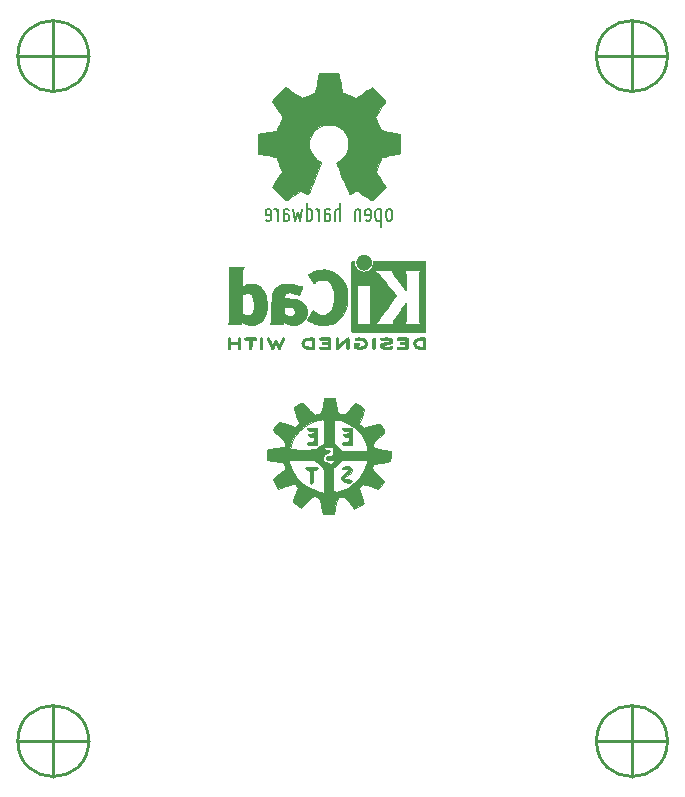
<source format=gbr>
%TF.GenerationSoftware,KiCad,Pcbnew,5.1.10-88a1d61d58~90~ubuntu20.04.1*%
%TF.CreationDate,2021-09-16T23:32:17-03:00*%
%TF.ProjectId,IAuto,49417574-6f2e-46b6-9963-61645f706362,rev?*%
%TF.SameCoordinates,Original*%
%TF.FileFunction,Legend,Bot*%
%TF.FilePolarity,Positive*%
%FSLAX46Y46*%
G04 Gerber Fmt 4.6, Leading zero omitted, Abs format (unit mm)*
G04 Created by KiCad (PCBNEW 5.1.10-88a1d61d58~90~ubuntu20.04.1) date 2021-09-16 23:32:17*
%MOMM*%
%LPD*%
G01*
G04 APERTURE LIST*
%ADD10C,0.150000*%
%ADD11C,0.002540*%
%ADD12C,0.010000*%
%ADD13C,0.254000*%
G04 APERTURE END LIST*
D10*
%TO.C,G\u002A\u002A\u002A*%
X143126000Y-75944000D02*
X143026000Y-75874000D01*
X143306000Y-75944000D02*
X143126000Y-75944000D01*
X143406000Y-75874000D02*
X143306000Y-75944000D01*
X143456000Y-75734000D02*
X143406000Y-75874000D01*
X143456000Y-75154000D02*
X143456000Y-75734000D01*
X143396000Y-75004000D02*
X143456000Y-75154000D01*
X143296000Y-74934000D02*
X143396000Y-75004000D01*
X143126000Y-74934000D02*
X143296000Y-74934000D01*
X143026000Y-75024000D02*
X143126000Y-74934000D01*
X142976000Y-75154000D02*
X143026000Y-75024000D01*
X142976000Y-75424000D02*
X142976000Y-75154000D01*
X143456000Y-75424000D02*
X142976000Y-75424000D01*
X144026000Y-74944000D02*
X144026000Y-75944000D01*
X143976000Y-75084000D02*
X144026000Y-75254000D01*
X143936000Y-75024000D02*
X143976000Y-75084000D01*
X143836000Y-74944000D02*
X143936000Y-75024000D01*
X143726000Y-74944000D02*
X143836000Y-74944000D01*
X146076000Y-74934000D02*
X145886000Y-75944000D01*
X145886000Y-75944000D02*
X145696000Y-75224000D01*
X145696000Y-75224000D02*
X145506000Y-75944000D01*
X145506000Y-75944000D02*
X145306000Y-74934000D01*
X146456000Y-75864000D02*
X146546000Y-75944000D01*
X146546000Y-75944000D02*
X146736000Y-75944000D01*
X146736000Y-75944000D02*
X146806000Y-75894000D01*
X146806000Y-75894000D02*
X146876000Y-75814000D01*
X146876000Y-75814000D02*
X146936000Y-75654000D01*
X146936000Y-75654000D02*
X146936000Y-75234000D01*
X146936000Y-75234000D02*
X146886000Y-75084000D01*
X146886000Y-75084000D02*
X146816000Y-74994000D01*
X146816000Y-74994000D02*
X146736000Y-74944000D01*
X146736000Y-74944000D02*
X146556000Y-74944000D01*
X146556000Y-74944000D02*
X146456000Y-75024000D01*
X146456000Y-74444000D02*
X146456000Y-75944000D01*
X147206000Y-74944000D02*
X147316000Y-74944000D01*
X147316000Y-74944000D02*
X147416000Y-75024000D01*
X147416000Y-75024000D02*
X147456000Y-75084000D01*
X147456000Y-75084000D02*
X147506000Y-75254000D01*
X147506000Y-74944000D02*
X147506000Y-75944000D01*
X144496000Y-75154000D02*
X144496000Y-75944000D01*
X144556000Y-75004000D02*
X144496000Y-75154000D01*
X144646000Y-74934000D02*
X144556000Y-75004000D01*
X144826000Y-74934000D02*
X144646000Y-74934000D01*
X144936000Y-75014000D02*
X144826000Y-74934000D01*
X144976000Y-75714000D02*
X144936000Y-75854000D01*
X144976000Y-75584000D02*
X144976000Y-75714000D01*
X144926000Y-75444000D02*
X144976000Y-75584000D01*
X144826000Y-75364000D02*
X144926000Y-75444000D01*
X144586000Y-75364000D02*
X144826000Y-75364000D01*
X144496000Y-75294000D02*
X144586000Y-75364000D01*
X144596000Y-75944000D02*
X144496000Y-75864000D01*
X144826000Y-75944000D02*
X144596000Y-75944000D01*
X144936000Y-75854000D02*
X144826000Y-75944000D01*
X148416000Y-75854000D02*
X148306000Y-75944000D01*
X148306000Y-75944000D02*
X148076000Y-75944000D01*
X148076000Y-75944000D02*
X147976000Y-75864000D01*
X147976000Y-75294000D02*
X148066000Y-75364000D01*
X148066000Y-75364000D02*
X148306000Y-75364000D01*
X148306000Y-75364000D02*
X148406000Y-75444000D01*
X148406000Y-75444000D02*
X148456000Y-75584000D01*
X148456000Y-75584000D02*
X148456000Y-75714000D01*
X148456000Y-75714000D02*
X148416000Y-75854000D01*
X148416000Y-75014000D02*
X148306000Y-74934000D01*
X148306000Y-74934000D02*
X148126000Y-74934000D01*
X148126000Y-74934000D02*
X148036000Y-75004000D01*
X148036000Y-75004000D02*
X147976000Y-75154000D01*
X147976000Y-75154000D02*
X147976000Y-75944000D01*
X149316000Y-75944000D02*
X149316000Y-74444000D01*
X149256000Y-75004000D02*
X149316000Y-75074000D01*
X149176000Y-74944000D02*
X149256000Y-75004000D01*
X149036000Y-74944000D02*
X149176000Y-74944000D01*
X148936000Y-75014000D02*
X149036000Y-74944000D01*
X148886000Y-75164000D02*
X148936000Y-75014000D01*
X148886000Y-75944000D02*
X148886000Y-75164000D01*
X150546000Y-75944000D02*
X150546000Y-75164000D01*
X150546000Y-75164000D02*
X150596000Y-75014000D01*
X150596000Y-75014000D02*
X150696000Y-74944000D01*
X150696000Y-74944000D02*
X150836000Y-74944000D01*
X150836000Y-74944000D02*
X150916000Y-75004000D01*
X150916000Y-75004000D02*
X150976000Y-75074000D01*
X150976000Y-74944000D02*
X150976000Y-75944000D01*
X151886000Y-75424000D02*
X151406000Y-75424000D01*
X151406000Y-75424000D02*
X151406000Y-75154000D01*
X151406000Y-75154000D02*
X151456000Y-75024000D01*
X151456000Y-75024000D02*
X151556000Y-74934000D01*
X151556000Y-74934000D02*
X151726000Y-74934000D01*
X151726000Y-74934000D02*
X151826000Y-75004000D01*
X151826000Y-75004000D02*
X151886000Y-75154000D01*
X151886000Y-75154000D02*
X151886000Y-75734000D01*
X151886000Y-75734000D02*
X151836000Y-75874000D01*
X151836000Y-75874000D02*
X151736000Y-75944000D01*
X151736000Y-75944000D02*
X151556000Y-75944000D01*
X151556000Y-75944000D02*
X151456000Y-75874000D01*
X152746000Y-74934000D02*
X152746000Y-76444000D01*
X152636000Y-74934000D02*
X152456000Y-74934000D01*
X152636000Y-75934000D02*
X152446000Y-75934000D01*
X152636000Y-74934000D02*
X152716000Y-74994000D01*
X152366000Y-75004000D02*
X152456000Y-74934000D01*
X152316000Y-75074000D02*
X152366000Y-75004000D01*
X152266000Y-75234000D02*
X152316000Y-75074000D01*
X152266000Y-75644000D02*
X152266000Y-75234000D01*
X152316000Y-75784000D02*
X152266000Y-75644000D01*
X152356000Y-75854000D02*
X152316000Y-75784000D01*
X152456000Y-75934000D02*
X152356000Y-75854000D01*
X152736000Y-75864000D02*
X152636000Y-75934000D01*
X153696000Y-75234000D02*
X153696000Y-75644000D01*
X153696000Y-75644000D02*
X153646000Y-75784000D01*
X153646000Y-75784000D02*
X153596000Y-75874000D01*
X153596000Y-75874000D02*
X153496000Y-75944000D01*
X153496000Y-75944000D02*
X153356000Y-75944000D01*
X153356000Y-75944000D02*
X153256000Y-75864000D01*
X153256000Y-75864000D02*
X153216000Y-75794000D01*
X153216000Y-75794000D02*
X153166000Y-75654000D01*
X153166000Y-75654000D02*
X153166000Y-75244000D01*
X153166000Y-75244000D02*
X153216000Y-75084000D01*
X153216000Y-75084000D02*
X153266000Y-75014000D01*
X153266000Y-75014000D02*
X153356000Y-74944000D01*
X153356000Y-74944000D02*
X153506000Y-74944000D01*
X153506000Y-74944000D02*
X153586000Y-75004000D01*
X153586000Y-75004000D02*
X153646000Y-75084000D01*
X153646000Y-75084000D02*
X153696000Y-75234000D01*
D11*
G36*
X151973280Y-74223880D02*
G01*
X151909780Y-74190860D01*
X151770080Y-74101960D01*
X151569420Y-73972420D01*
X151333200Y-73812400D01*
X151094440Y-73652380D01*
X150898860Y-73520300D01*
X150761700Y-73433940D01*
X150705820Y-73400920D01*
X150675340Y-73411080D01*
X150561040Y-73466960D01*
X150398480Y-73553320D01*
X150301960Y-73601580D01*
X150152100Y-73667620D01*
X150078440Y-73680320D01*
X150065740Y-73660000D01*
X150009860Y-73543160D01*
X149923500Y-73347580D01*
X149809200Y-73085960D01*
X149679660Y-72783700D01*
X149542500Y-72453500D01*
X149402800Y-72118220D01*
X149270720Y-71800720D01*
X149151340Y-71513700D01*
X149057360Y-71280020D01*
X148996400Y-71117460D01*
X148973540Y-71046340D01*
X148981160Y-71031100D01*
X149054820Y-70959980D01*
X149186900Y-70860920D01*
X149471380Y-70629780D01*
X149750780Y-70279260D01*
X149920960Y-69883020D01*
X149979380Y-69441060D01*
X149931120Y-69032120D01*
X149768560Y-68638420D01*
X149494240Y-68285360D01*
X149161500Y-68021200D01*
X148772880Y-67856100D01*
X148336000Y-67800220D01*
X147916900Y-67848480D01*
X147515580Y-68005960D01*
X147162520Y-68275200D01*
X147012660Y-68447920D01*
X146806920Y-68806060D01*
X146690080Y-69192140D01*
X146677380Y-69288660D01*
X146695160Y-69710300D01*
X146819620Y-70114160D01*
X147040600Y-70474840D01*
X147350480Y-70772020D01*
X147388580Y-70799960D01*
X147533360Y-70906640D01*
X147627340Y-70980300D01*
X147703540Y-71041260D01*
X147167600Y-72334120D01*
X147081240Y-72539860D01*
X146933920Y-72890380D01*
X146804380Y-73195180D01*
X146700240Y-73439020D01*
X146629120Y-73599040D01*
X146598640Y-73665080D01*
X146593560Y-73667620D01*
X146547840Y-73675240D01*
X146448780Y-73639680D01*
X146268440Y-73553320D01*
X146149060Y-73492360D01*
X146011900Y-73426320D01*
X145950940Y-73400920D01*
X145897600Y-73428860D01*
X145765520Y-73515220D01*
X145575020Y-73644760D01*
X145343880Y-73799700D01*
X145122900Y-73949560D01*
X144919700Y-74084180D01*
X144772380Y-74178160D01*
X144701260Y-74216260D01*
X144691100Y-74216260D01*
X144627600Y-74180700D01*
X144510760Y-74084180D01*
X144335500Y-73916540D01*
X144086580Y-73672700D01*
X144048480Y-73634600D01*
X143842740Y-73426320D01*
X143677640Y-73251060D01*
X143565880Y-73126600D01*
X143525240Y-73070720D01*
X143563340Y-72999600D01*
X143654780Y-72852280D01*
X143789400Y-72649080D01*
X143951960Y-72407780D01*
X144381220Y-71788020D01*
X144145000Y-71201280D01*
X144073880Y-71020940D01*
X143982440Y-70802500D01*
X143913860Y-70647560D01*
X143878300Y-70578980D01*
X143814800Y-70556120D01*
X143654780Y-70518020D01*
X143421100Y-70469760D01*
X143144240Y-70418960D01*
X142880080Y-70370700D01*
X142641320Y-70324980D01*
X142468600Y-70291960D01*
X142389860Y-70276720D01*
X142372080Y-70264020D01*
X142356840Y-70225920D01*
X142346680Y-70144640D01*
X142341600Y-69999860D01*
X142336520Y-69771260D01*
X142336520Y-69441060D01*
X142336520Y-69405500D01*
X142341600Y-69090540D01*
X142346680Y-68839080D01*
X142354300Y-68673980D01*
X142367000Y-68607940D01*
X142440660Y-68590160D01*
X142610840Y-68554600D01*
X142849600Y-68506340D01*
X143134080Y-68453000D01*
X143151860Y-68450460D01*
X143436340Y-68394580D01*
X143672560Y-68346320D01*
X143840200Y-68308220D01*
X143908780Y-68285360D01*
X143924020Y-68265040D01*
X143982440Y-68153280D01*
X144063720Y-67978020D01*
X144157700Y-67764660D01*
X144249140Y-67541140D01*
X144330420Y-67340480D01*
X144383760Y-67190620D01*
X144399000Y-67122040D01*
X144355820Y-67053460D01*
X144259300Y-66906140D01*
X144119600Y-66702940D01*
X143954500Y-66461640D01*
X143941800Y-66441320D01*
X143779240Y-66202560D01*
X143647160Y-65999360D01*
X143558260Y-65854580D01*
X143525240Y-65791080D01*
X143525240Y-65786000D01*
X143581120Y-65714880D01*
X143703040Y-65577720D01*
X143878300Y-65394840D01*
X144086580Y-65184020D01*
X144155160Y-65117980D01*
X144386300Y-64889380D01*
X144548860Y-64742060D01*
X144650460Y-64660780D01*
X144698720Y-64643000D01*
X144701260Y-64645540D01*
X144772380Y-64688720D01*
X144924780Y-64787780D01*
X145130520Y-64927480D01*
X145374360Y-65092580D01*
X145389600Y-65102740D01*
X145630900Y-65265300D01*
X145829020Y-65402460D01*
X145971260Y-65496440D01*
X146034760Y-65532000D01*
X146044920Y-65532000D01*
X146141440Y-65504060D01*
X146311620Y-65445640D01*
X146522440Y-65364360D01*
X146743420Y-65275460D01*
X146946620Y-65189100D01*
X147096480Y-65120520D01*
X147167600Y-65079880D01*
X147170140Y-65077340D01*
X147195540Y-64990980D01*
X147236180Y-64810640D01*
X147289520Y-64564260D01*
X147342860Y-64269620D01*
X147353020Y-64223900D01*
X147406360Y-63936880D01*
X147452080Y-63700660D01*
X147487640Y-63538100D01*
X147502880Y-63469520D01*
X147543520Y-63461900D01*
X147683220Y-63451740D01*
X147896580Y-63444120D01*
X148155660Y-63441580D01*
X148427440Y-63444120D01*
X148691600Y-63449200D01*
X148917660Y-63456820D01*
X149080220Y-63469520D01*
X149148800Y-63482220D01*
X149151340Y-63487300D01*
X149174200Y-63576200D01*
X149214840Y-63754000D01*
X149265640Y-64002920D01*
X149321520Y-64297560D01*
X149331680Y-64350900D01*
X149385020Y-64635380D01*
X149433280Y-64869060D01*
X149468840Y-65029080D01*
X149486620Y-65092580D01*
X149512020Y-65105280D01*
X149628860Y-65158620D01*
X149819360Y-65237360D01*
X150058120Y-65333880D01*
X150606760Y-65554860D01*
X151279860Y-65092580D01*
X151340820Y-65051940D01*
X151584660Y-64886840D01*
X151782780Y-64754760D01*
X151922480Y-64665860D01*
X151978360Y-64632840D01*
X151983440Y-64635380D01*
X152052020Y-64693800D01*
X152184100Y-64818260D01*
X152366980Y-64996060D01*
X152577800Y-65206880D01*
X152735280Y-65364360D01*
X152920700Y-65552320D01*
X153037540Y-65679320D01*
X153103580Y-65760600D01*
X153126440Y-65811400D01*
X153118820Y-65844420D01*
X153075640Y-65913000D01*
X152976580Y-66060320D01*
X152839420Y-66266060D01*
X152674320Y-66502280D01*
X152539700Y-66702940D01*
X152392380Y-66929000D01*
X152298400Y-67089020D01*
X152265380Y-67167760D01*
X152273000Y-67200780D01*
X152321260Y-67332860D01*
X152400000Y-67533520D01*
X152501600Y-67769740D01*
X152735280Y-68303140D01*
X153085800Y-68369180D01*
X153296620Y-68409820D01*
X153593800Y-68468240D01*
X153878280Y-68521580D01*
X154320240Y-68607940D01*
X154335480Y-70233540D01*
X154266900Y-70264020D01*
X154200860Y-70281800D01*
X154038300Y-70317360D01*
X153804620Y-70363080D01*
X153527760Y-70416420D01*
X153291540Y-70459600D01*
X153055320Y-70505320D01*
X152885140Y-70538340D01*
X152808940Y-70553580D01*
X152791160Y-70578980D01*
X152730200Y-70695820D01*
X152646380Y-70876160D01*
X152552400Y-71097140D01*
X152458420Y-71323200D01*
X152374600Y-71534020D01*
X152316180Y-71694040D01*
X152293320Y-71777860D01*
X152326340Y-71838820D01*
X152415240Y-71978520D01*
X152547320Y-72176640D01*
X152707340Y-72412860D01*
X152869900Y-72649080D01*
X153004520Y-72849740D01*
X153101040Y-72994520D01*
X153139140Y-73060560D01*
X153118820Y-73106280D01*
X153024840Y-73220580D01*
X152847040Y-73403460D01*
X152582880Y-73665080D01*
X152539700Y-73708260D01*
X152328880Y-73908920D01*
X152151080Y-74074020D01*
X152029160Y-74183240D01*
X151973280Y-74223880D01*
G37*
X151973280Y-74223880D02*
X151909780Y-74190860D01*
X151770080Y-74101960D01*
X151569420Y-73972420D01*
X151333200Y-73812400D01*
X151094440Y-73652380D01*
X150898860Y-73520300D01*
X150761700Y-73433940D01*
X150705820Y-73400920D01*
X150675340Y-73411080D01*
X150561040Y-73466960D01*
X150398480Y-73553320D01*
X150301960Y-73601580D01*
X150152100Y-73667620D01*
X150078440Y-73680320D01*
X150065740Y-73660000D01*
X150009860Y-73543160D01*
X149923500Y-73347580D01*
X149809200Y-73085960D01*
X149679660Y-72783700D01*
X149542500Y-72453500D01*
X149402800Y-72118220D01*
X149270720Y-71800720D01*
X149151340Y-71513700D01*
X149057360Y-71280020D01*
X148996400Y-71117460D01*
X148973540Y-71046340D01*
X148981160Y-71031100D01*
X149054820Y-70959980D01*
X149186900Y-70860920D01*
X149471380Y-70629780D01*
X149750780Y-70279260D01*
X149920960Y-69883020D01*
X149979380Y-69441060D01*
X149931120Y-69032120D01*
X149768560Y-68638420D01*
X149494240Y-68285360D01*
X149161500Y-68021200D01*
X148772880Y-67856100D01*
X148336000Y-67800220D01*
X147916900Y-67848480D01*
X147515580Y-68005960D01*
X147162520Y-68275200D01*
X147012660Y-68447920D01*
X146806920Y-68806060D01*
X146690080Y-69192140D01*
X146677380Y-69288660D01*
X146695160Y-69710300D01*
X146819620Y-70114160D01*
X147040600Y-70474840D01*
X147350480Y-70772020D01*
X147388580Y-70799960D01*
X147533360Y-70906640D01*
X147627340Y-70980300D01*
X147703540Y-71041260D01*
X147167600Y-72334120D01*
X147081240Y-72539860D01*
X146933920Y-72890380D01*
X146804380Y-73195180D01*
X146700240Y-73439020D01*
X146629120Y-73599040D01*
X146598640Y-73665080D01*
X146593560Y-73667620D01*
X146547840Y-73675240D01*
X146448780Y-73639680D01*
X146268440Y-73553320D01*
X146149060Y-73492360D01*
X146011900Y-73426320D01*
X145950940Y-73400920D01*
X145897600Y-73428860D01*
X145765520Y-73515220D01*
X145575020Y-73644760D01*
X145343880Y-73799700D01*
X145122900Y-73949560D01*
X144919700Y-74084180D01*
X144772380Y-74178160D01*
X144701260Y-74216260D01*
X144691100Y-74216260D01*
X144627600Y-74180700D01*
X144510760Y-74084180D01*
X144335500Y-73916540D01*
X144086580Y-73672700D01*
X144048480Y-73634600D01*
X143842740Y-73426320D01*
X143677640Y-73251060D01*
X143565880Y-73126600D01*
X143525240Y-73070720D01*
X143563340Y-72999600D01*
X143654780Y-72852280D01*
X143789400Y-72649080D01*
X143951960Y-72407780D01*
X144381220Y-71788020D01*
X144145000Y-71201280D01*
X144073880Y-71020940D01*
X143982440Y-70802500D01*
X143913860Y-70647560D01*
X143878300Y-70578980D01*
X143814800Y-70556120D01*
X143654780Y-70518020D01*
X143421100Y-70469760D01*
X143144240Y-70418960D01*
X142880080Y-70370700D01*
X142641320Y-70324980D01*
X142468600Y-70291960D01*
X142389860Y-70276720D01*
X142372080Y-70264020D01*
X142356840Y-70225920D01*
X142346680Y-70144640D01*
X142341600Y-69999860D01*
X142336520Y-69771260D01*
X142336520Y-69441060D01*
X142336520Y-69405500D01*
X142341600Y-69090540D01*
X142346680Y-68839080D01*
X142354300Y-68673980D01*
X142367000Y-68607940D01*
X142440660Y-68590160D01*
X142610840Y-68554600D01*
X142849600Y-68506340D01*
X143134080Y-68453000D01*
X143151860Y-68450460D01*
X143436340Y-68394580D01*
X143672560Y-68346320D01*
X143840200Y-68308220D01*
X143908780Y-68285360D01*
X143924020Y-68265040D01*
X143982440Y-68153280D01*
X144063720Y-67978020D01*
X144157700Y-67764660D01*
X144249140Y-67541140D01*
X144330420Y-67340480D01*
X144383760Y-67190620D01*
X144399000Y-67122040D01*
X144355820Y-67053460D01*
X144259300Y-66906140D01*
X144119600Y-66702940D01*
X143954500Y-66461640D01*
X143941800Y-66441320D01*
X143779240Y-66202560D01*
X143647160Y-65999360D01*
X143558260Y-65854580D01*
X143525240Y-65791080D01*
X143525240Y-65786000D01*
X143581120Y-65714880D01*
X143703040Y-65577720D01*
X143878300Y-65394840D01*
X144086580Y-65184020D01*
X144155160Y-65117980D01*
X144386300Y-64889380D01*
X144548860Y-64742060D01*
X144650460Y-64660780D01*
X144698720Y-64643000D01*
X144701260Y-64645540D01*
X144772380Y-64688720D01*
X144924780Y-64787780D01*
X145130520Y-64927480D01*
X145374360Y-65092580D01*
X145389600Y-65102740D01*
X145630900Y-65265300D01*
X145829020Y-65402460D01*
X145971260Y-65496440D01*
X146034760Y-65532000D01*
X146044920Y-65532000D01*
X146141440Y-65504060D01*
X146311620Y-65445640D01*
X146522440Y-65364360D01*
X146743420Y-65275460D01*
X146946620Y-65189100D01*
X147096480Y-65120520D01*
X147167600Y-65079880D01*
X147170140Y-65077340D01*
X147195540Y-64990980D01*
X147236180Y-64810640D01*
X147289520Y-64564260D01*
X147342860Y-64269620D01*
X147353020Y-64223900D01*
X147406360Y-63936880D01*
X147452080Y-63700660D01*
X147487640Y-63538100D01*
X147502880Y-63469520D01*
X147543520Y-63461900D01*
X147683220Y-63451740D01*
X147896580Y-63444120D01*
X148155660Y-63441580D01*
X148427440Y-63444120D01*
X148691600Y-63449200D01*
X148917660Y-63456820D01*
X149080220Y-63469520D01*
X149148800Y-63482220D01*
X149151340Y-63487300D01*
X149174200Y-63576200D01*
X149214840Y-63754000D01*
X149265640Y-64002920D01*
X149321520Y-64297560D01*
X149331680Y-64350900D01*
X149385020Y-64635380D01*
X149433280Y-64869060D01*
X149468840Y-65029080D01*
X149486620Y-65092580D01*
X149512020Y-65105280D01*
X149628860Y-65158620D01*
X149819360Y-65237360D01*
X150058120Y-65333880D01*
X150606760Y-65554860D01*
X151279860Y-65092580D01*
X151340820Y-65051940D01*
X151584660Y-64886840D01*
X151782780Y-64754760D01*
X151922480Y-64665860D01*
X151978360Y-64632840D01*
X151983440Y-64635380D01*
X152052020Y-64693800D01*
X152184100Y-64818260D01*
X152366980Y-64996060D01*
X152577800Y-65206880D01*
X152735280Y-65364360D01*
X152920700Y-65552320D01*
X153037540Y-65679320D01*
X153103580Y-65760600D01*
X153126440Y-65811400D01*
X153118820Y-65844420D01*
X153075640Y-65913000D01*
X152976580Y-66060320D01*
X152839420Y-66266060D01*
X152674320Y-66502280D01*
X152539700Y-66702940D01*
X152392380Y-66929000D01*
X152298400Y-67089020D01*
X152265380Y-67167760D01*
X152273000Y-67200780D01*
X152321260Y-67332860D01*
X152400000Y-67533520D01*
X152501600Y-67769740D01*
X152735280Y-68303140D01*
X153085800Y-68369180D01*
X153296620Y-68409820D01*
X153593800Y-68468240D01*
X153878280Y-68521580D01*
X154320240Y-68607940D01*
X154335480Y-70233540D01*
X154266900Y-70264020D01*
X154200860Y-70281800D01*
X154038300Y-70317360D01*
X153804620Y-70363080D01*
X153527760Y-70416420D01*
X153291540Y-70459600D01*
X153055320Y-70505320D01*
X152885140Y-70538340D01*
X152808940Y-70553580D01*
X152791160Y-70578980D01*
X152730200Y-70695820D01*
X152646380Y-70876160D01*
X152552400Y-71097140D01*
X152458420Y-71323200D01*
X152374600Y-71534020D01*
X152316180Y-71694040D01*
X152293320Y-71777860D01*
X152326340Y-71838820D01*
X152415240Y-71978520D01*
X152547320Y-72176640D01*
X152707340Y-72412860D01*
X152869900Y-72649080D01*
X153004520Y-72849740D01*
X153101040Y-72994520D01*
X153139140Y-73060560D01*
X153118820Y-73106280D01*
X153024840Y-73220580D01*
X152847040Y-73403460D01*
X152582880Y-73665080D01*
X152539700Y-73708260D01*
X152328880Y-73908920D01*
X152151080Y-74074020D01*
X152029160Y-74183240D01*
X151973280Y-74223880D01*
D12*
G36*
X147796639Y-91606143D02*
G01*
X147722067Y-91939223D01*
X147660211Y-92142779D01*
X147589578Y-92253132D01*
X147488676Y-92306600D01*
X147365977Y-92333902D01*
X147190701Y-92351745D01*
X147051841Y-92308227D01*
X146896692Y-92176562D01*
X146755591Y-92023683D01*
X146476605Y-91714565D01*
X146286617Y-91514459D01*
X146164991Y-91403328D01*
X146091094Y-91361130D01*
X146071167Y-91359005D01*
X145960882Y-91400878D01*
X145774938Y-91497916D01*
X145571380Y-91616466D01*
X145408251Y-91722872D01*
X145343895Y-91780692D01*
X145366941Y-91874720D01*
X145440218Y-92084196D01*
X145549172Y-92368117D01*
X145578165Y-92440676D01*
X145825996Y-93056300D01*
X145640284Y-93242012D01*
X145454572Y-93427725D01*
X144799786Y-93191410D01*
X144145000Y-92955096D01*
X143871093Y-93277048D01*
X143713119Y-93471364D01*
X143613528Y-93610445D01*
X143595927Y-93647464D01*
X143654493Y-93721705D01*
X143811766Y-93877809D01*
X144038253Y-94087008D01*
X144134062Y-94172435D01*
X144404785Y-94421424D01*
X144563342Y-94598272D01*
X144632102Y-94733671D01*
X144633537Y-94857764D01*
X144594273Y-94977781D01*
X144508895Y-95060791D01*
X144343865Y-95121025D01*
X144065645Y-95172709D01*
X143806334Y-95208707D01*
X143459082Y-95257500D01*
X143246578Y-95309015D01*
X143135733Y-95388445D01*
X143093459Y-95520986D01*
X143086669Y-95731831D01*
X143086667Y-95756689D01*
X143086667Y-96167301D01*
X143514168Y-96258984D01*
X143804647Y-96312948D01*
X144056906Y-96345898D01*
X144143120Y-96350666D01*
X144343603Y-96402554D01*
X144521561Y-96525657D01*
X144609392Y-96671137D01*
X144610667Y-96688456D01*
X144638327Y-96826866D01*
X144655179Y-96876146D01*
X144611823Y-96988398D01*
X144435046Y-97169134D01*
X144147179Y-97397824D01*
X143891025Y-97590685D01*
X143697943Y-97745161D01*
X143600430Y-97834940D01*
X143594667Y-97845176D01*
X143633906Y-97936074D01*
X143734068Y-98122055D01*
X143809355Y-98253183D01*
X144024043Y-98619520D01*
X144694424Y-98399747D01*
X145024152Y-98294019D01*
X145234076Y-98239175D01*
X145364910Y-98232177D01*
X145457367Y-98269984D01*
X145538070Y-98336776D01*
X145651503Y-98456445D01*
X145697197Y-98578406D01*
X145673212Y-98745252D01*
X145577604Y-98999572D01*
X145499667Y-99178879D01*
X145388096Y-99441896D01*
X145311404Y-99643222D01*
X145288000Y-99728496D01*
X145352764Y-99812415D01*
X145517835Y-99947294D01*
X145637267Y-100030631D01*
X145986533Y-100261764D01*
X146509005Y-99743935D01*
X146764844Y-99495250D01*
X146937953Y-99348519D01*
X147063524Y-99284170D01*
X147176748Y-99282630D01*
X147282628Y-99313658D01*
X147411045Y-99371874D01*
X147500995Y-99464389D01*
X147572675Y-99629463D01*
X147646280Y-99905351D01*
X147685732Y-100077271D01*
X147837686Y-100753333D01*
X148747328Y-100753333D01*
X148843360Y-100266500D01*
X148927258Y-99866407D01*
X149000258Y-99601771D01*
X149077455Y-99440721D01*
X149173942Y-99351386D01*
X149299523Y-99303299D01*
X149444962Y-99295071D01*
X149600686Y-99360976D01*
X149788317Y-99518547D01*
X150029481Y-99785318D01*
X150287466Y-100104356D01*
X150454691Y-100316948D01*
X150855846Y-100097498D01*
X151081917Y-99973493D01*
X151236447Y-99888100D01*
X151277364Y-99864938D01*
X151261799Y-99784779D01*
X151202548Y-99582897D01*
X151111095Y-99297660D01*
X151076404Y-99193559D01*
X150969263Y-98868289D01*
X150913935Y-98662831D01*
X150907464Y-98536763D01*
X150946892Y-98449668D01*
X151016440Y-98373931D01*
X151101973Y-98297397D01*
X151191413Y-98263628D01*
X151324705Y-98275687D01*
X151541794Y-98336640D01*
X151847289Y-98437668D01*
X152516780Y-98662765D01*
X152754724Y-98377747D01*
X152900830Y-98184284D01*
X152985125Y-98036965D01*
X152993262Y-98004864D01*
X152934523Y-97910957D01*
X152777822Y-97738728D01*
X152553331Y-97520566D01*
X152477640Y-97451333D01*
X152220320Y-97211275D01*
X152071721Y-97044469D01*
X152009316Y-96917174D01*
X152010582Y-96795644D01*
X152018045Y-96762845D01*
X152057971Y-96653506D01*
X152134529Y-96578057D01*
X152282993Y-96521383D01*
X152538638Y-96468367D01*
X152808833Y-96423981D01*
X153543000Y-96307938D01*
X153550403Y-96181333D01*
X151641227Y-96181333D01*
X151586200Y-96414166D01*
X151349172Y-97081016D01*
X150980907Y-97676903D01*
X150503421Y-98177522D01*
X149938732Y-98558566D01*
X149468503Y-98752096D01*
X149151160Y-98848169D01*
X148932032Y-98893588D01*
X148792965Y-98867318D01*
X148715808Y-98748329D01*
X148682406Y-98515586D01*
X148674606Y-98148057D01*
X148674660Y-97865666D01*
X147912667Y-97865666D01*
X147912667Y-98957333D01*
X147568127Y-98879920D01*
X147304246Y-98798452D01*
X146974068Y-98666805D01*
X146718955Y-98547770D01*
X146391748Y-98361669D01*
X146072880Y-98146654D01*
X145890786Y-98000736D01*
X145628984Y-97705420D01*
X145368885Y-97315063D01*
X145148984Y-96895956D01*
X145007776Y-96514388D01*
X144994042Y-96456500D01*
X144935879Y-96181333D01*
X147087810Y-96181333D01*
X147415816Y-96477666D01*
X147617106Y-96645939D01*
X147774427Y-96753307D01*
X147828244Y-96774000D01*
X147864300Y-96855552D01*
X147891307Y-97088094D01*
X147907861Y-97453457D01*
X147912667Y-97865666D01*
X148674660Y-97865666D01*
X148674667Y-97832333D01*
X148678196Y-97378223D01*
X148690565Y-97069408D01*
X148714446Y-96881962D01*
X148752512Y-96791957D01*
X148792896Y-96774000D01*
X148915897Y-96714565D01*
X149090009Y-96564350D01*
X149171310Y-96477666D01*
X149316075Y-96312787D01*
X148759334Y-96312787D01*
X148689129Y-96442246D01*
X148513325Y-96505288D01*
X148284138Y-96496881D01*
X148053786Y-96411993D01*
X148011415Y-96384866D01*
X147867723Y-96223976D01*
X147843492Y-95992594D01*
X147844409Y-95982699D01*
X147895788Y-95782699D01*
X148035172Y-95672924D01*
X148145500Y-95634657D01*
X148351317Y-95539109D01*
X148415307Y-95436254D01*
X148335218Y-95358036D01*
X148166667Y-95334666D01*
X147965015Y-95296802D01*
X147912667Y-95207666D01*
X147962529Y-95123959D01*
X148132070Y-95085830D01*
X148293667Y-95080666D01*
X148674667Y-95080666D01*
X148674667Y-95456302D01*
X148666542Y-95689440D01*
X148619470Y-95803072D01*
X148499409Y-95846954D01*
X148399500Y-95858468D01*
X148200203Y-95904940D01*
X148127472Y-96010149D01*
X148124334Y-96054333D01*
X148152966Y-96166533D01*
X148269116Y-96211168D01*
X148441834Y-96214009D01*
X148675492Y-96233785D01*
X148759249Y-96309435D01*
X148759334Y-96312787D01*
X149316075Y-96312787D01*
X149431494Y-96181333D01*
X151641227Y-96181333D01*
X153550403Y-96181333D01*
X153568027Y-95879935D01*
X153593053Y-95451933D01*
X153017693Y-95342364D01*
X152612338Y-95264053D01*
X152343454Y-95205236D01*
X152181146Y-95153828D01*
X152129785Y-95120185D01*
X151553334Y-95120185D01*
X151553334Y-95419333D01*
X149464843Y-95419333D01*
X149112088Y-95093672D01*
X148759334Y-94768011D01*
X148759334Y-93755722D01*
X147912667Y-93755722D01*
X147912667Y-94812855D01*
X147616334Y-94996000D01*
X147430800Y-95128450D01*
X147327576Y-95236677D01*
X147320000Y-95259362D01*
X147239214Y-95290165D01*
X147011880Y-95310655D01*
X146660534Y-95319698D01*
X146207713Y-95316156D01*
X146198167Y-95315957D01*
X145076334Y-95292333D01*
X145102779Y-95046267D01*
X145223252Y-94619126D01*
X145476143Y-94177188D01*
X145830714Y-93750976D01*
X146256225Y-93371013D01*
X146721938Y-93067819D01*
X147197115Y-92871918D01*
X147323367Y-92841315D01*
X147567378Y-92788654D01*
X147757730Y-92742191D01*
X147764500Y-92740306D01*
X147826114Y-92736226D01*
X147867889Y-92782317D01*
X147893620Y-92904590D01*
X147907101Y-93129051D01*
X147912129Y-93481711D01*
X147912667Y-93755722D01*
X148759334Y-93755722D01*
X148759334Y-92794666D01*
X148967824Y-92794666D01*
X149298471Y-92849654D01*
X149702107Y-92999435D01*
X150129853Y-93221234D01*
X150532832Y-93492276D01*
X150627533Y-93568015D01*
X151034486Y-93970794D01*
X151336483Y-94403372D01*
X151513849Y-94832758D01*
X151553334Y-95120185D01*
X152129785Y-95120185D01*
X152095524Y-95097744D01*
X152056693Y-95024902D01*
X152039308Y-94946846D01*
X152042848Y-94816039D01*
X152122238Y-94676668D01*
X152301688Y-94495368D01*
X152475283Y-94346048D01*
X152717611Y-94143753D01*
X152911097Y-93982063D01*
X153016862Y-93893467D01*
X153020694Y-93890236D01*
X153027098Y-93787023D01*
X152963829Y-93592010D01*
X152908893Y-93473749D01*
X152788042Y-93257824D01*
X152680728Y-93159696D01*
X152530602Y-93142922D01*
X152415200Y-93154460D01*
X152142817Y-93210126D01*
X151822590Y-93305973D01*
X151701098Y-93350529D01*
X151298528Y-93508823D01*
X150922454Y-93132749D01*
X151121005Y-92549542D01*
X151214316Y-92250784D01*
X151274197Y-92009903D01*
X151288785Y-91875321D01*
X151287494Y-91870146D01*
X151200556Y-91772683D01*
X151016796Y-91635455D01*
X150907491Y-91566470D01*
X150559552Y-91358985D01*
X150112316Y-91873183D01*
X149882227Y-92129914D01*
X149722242Y-92278523D01*
X149596197Y-92342722D01*
X149467928Y-92346226D01*
X149406915Y-92335749D01*
X149244518Y-92294216D01*
X149135582Y-92224559D01*
X149059458Y-92091584D01*
X148995498Y-91860095D01*
X148927529Y-91518636D01*
X148816839Y-90932000D01*
X147941505Y-90932000D01*
X147796639Y-91606143D01*
G37*
X147796639Y-91606143D02*
X147722067Y-91939223D01*
X147660211Y-92142779D01*
X147589578Y-92253132D01*
X147488676Y-92306600D01*
X147365977Y-92333902D01*
X147190701Y-92351745D01*
X147051841Y-92308227D01*
X146896692Y-92176562D01*
X146755591Y-92023683D01*
X146476605Y-91714565D01*
X146286617Y-91514459D01*
X146164991Y-91403328D01*
X146091094Y-91361130D01*
X146071167Y-91359005D01*
X145960882Y-91400878D01*
X145774938Y-91497916D01*
X145571380Y-91616466D01*
X145408251Y-91722872D01*
X145343895Y-91780692D01*
X145366941Y-91874720D01*
X145440218Y-92084196D01*
X145549172Y-92368117D01*
X145578165Y-92440676D01*
X145825996Y-93056300D01*
X145640284Y-93242012D01*
X145454572Y-93427725D01*
X144799786Y-93191410D01*
X144145000Y-92955096D01*
X143871093Y-93277048D01*
X143713119Y-93471364D01*
X143613528Y-93610445D01*
X143595927Y-93647464D01*
X143654493Y-93721705D01*
X143811766Y-93877809D01*
X144038253Y-94087008D01*
X144134062Y-94172435D01*
X144404785Y-94421424D01*
X144563342Y-94598272D01*
X144632102Y-94733671D01*
X144633537Y-94857764D01*
X144594273Y-94977781D01*
X144508895Y-95060791D01*
X144343865Y-95121025D01*
X144065645Y-95172709D01*
X143806334Y-95208707D01*
X143459082Y-95257500D01*
X143246578Y-95309015D01*
X143135733Y-95388445D01*
X143093459Y-95520986D01*
X143086669Y-95731831D01*
X143086667Y-95756689D01*
X143086667Y-96167301D01*
X143514168Y-96258984D01*
X143804647Y-96312948D01*
X144056906Y-96345898D01*
X144143120Y-96350666D01*
X144343603Y-96402554D01*
X144521561Y-96525657D01*
X144609392Y-96671137D01*
X144610667Y-96688456D01*
X144638327Y-96826866D01*
X144655179Y-96876146D01*
X144611823Y-96988398D01*
X144435046Y-97169134D01*
X144147179Y-97397824D01*
X143891025Y-97590685D01*
X143697943Y-97745161D01*
X143600430Y-97834940D01*
X143594667Y-97845176D01*
X143633906Y-97936074D01*
X143734068Y-98122055D01*
X143809355Y-98253183D01*
X144024043Y-98619520D01*
X144694424Y-98399747D01*
X145024152Y-98294019D01*
X145234076Y-98239175D01*
X145364910Y-98232177D01*
X145457367Y-98269984D01*
X145538070Y-98336776D01*
X145651503Y-98456445D01*
X145697197Y-98578406D01*
X145673212Y-98745252D01*
X145577604Y-98999572D01*
X145499667Y-99178879D01*
X145388096Y-99441896D01*
X145311404Y-99643222D01*
X145288000Y-99728496D01*
X145352764Y-99812415D01*
X145517835Y-99947294D01*
X145637267Y-100030631D01*
X145986533Y-100261764D01*
X146509005Y-99743935D01*
X146764844Y-99495250D01*
X146937953Y-99348519D01*
X147063524Y-99284170D01*
X147176748Y-99282630D01*
X147282628Y-99313658D01*
X147411045Y-99371874D01*
X147500995Y-99464389D01*
X147572675Y-99629463D01*
X147646280Y-99905351D01*
X147685732Y-100077271D01*
X147837686Y-100753333D01*
X148747328Y-100753333D01*
X148843360Y-100266500D01*
X148927258Y-99866407D01*
X149000258Y-99601771D01*
X149077455Y-99440721D01*
X149173942Y-99351386D01*
X149299523Y-99303299D01*
X149444962Y-99295071D01*
X149600686Y-99360976D01*
X149788317Y-99518547D01*
X150029481Y-99785318D01*
X150287466Y-100104356D01*
X150454691Y-100316948D01*
X150855846Y-100097498D01*
X151081917Y-99973493D01*
X151236447Y-99888100D01*
X151277364Y-99864938D01*
X151261799Y-99784779D01*
X151202548Y-99582897D01*
X151111095Y-99297660D01*
X151076404Y-99193559D01*
X150969263Y-98868289D01*
X150913935Y-98662831D01*
X150907464Y-98536763D01*
X150946892Y-98449668D01*
X151016440Y-98373931D01*
X151101973Y-98297397D01*
X151191413Y-98263628D01*
X151324705Y-98275687D01*
X151541794Y-98336640D01*
X151847289Y-98437668D01*
X152516780Y-98662765D01*
X152754724Y-98377747D01*
X152900830Y-98184284D01*
X152985125Y-98036965D01*
X152993262Y-98004864D01*
X152934523Y-97910957D01*
X152777822Y-97738728D01*
X152553331Y-97520566D01*
X152477640Y-97451333D01*
X152220320Y-97211275D01*
X152071721Y-97044469D01*
X152009316Y-96917174D01*
X152010582Y-96795644D01*
X152018045Y-96762845D01*
X152057971Y-96653506D01*
X152134529Y-96578057D01*
X152282993Y-96521383D01*
X152538638Y-96468367D01*
X152808833Y-96423981D01*
X153543000Y-96307938D01*
X153550403Y-96181333D01*
X151641227Y-96181333D01*
X151586200Y-96414166D01*
X151349172Y-97081016D01*
X150980907Y-97676903D01*
X150503421Y-98177522D01*
X149938732Y-98558566D01*
X149468503Y-98752096D01*
X149151160Y-98848169D01*
X148932032Y-98893588D01*
X148792965Y-98867318D01*
X148715808Y-98748329D01*
X148682406Y-98515586D01*
X148674606Y-98148057D01*
X148674660Y-97865666D01*
X147912667Y-97865666D01*
X147912667Y-98957333D01*
X147568127Y-98879920D01*
X147304246Y-98798452D01*
X146974068Y-98666805D01*
X146718955Y-98547770D01*
X146391748Y-98361669D01*
X146072880Y-98146654D01*
X145890786Y-98000736D01*
X145628984Y-97705420D01*
X145368885Y-97315063D01*
X145148984Y-96895956D01*
X145007776Y-96514388D01*
X144994042Y-96456500D01*
X144935879Y-96181333D01*
X147087810Y-96181333D01*
X147415816Y-96477666D01*
X147617106Y-96645939D01*
X147774427Y-96753307D01*
X147828244Y-96774000D01*
X147864300Y-96855552D01*
X147891307Y-97088094D01*
X147907861Y-97453457D01*
X147912667Y-97865666D01*
X148674660Y-97865666D01*
X148674667Y-97832333D01*
X148678196Y-97378223D01*
X148690565Y-97069408D01*
X148714446Y-96881962D01*
X148752512Y-96791957D01*
X148792896Y-96774000D01*
X148915897Y-96714565D01*
X149090009Y-96564350D01*
X149171310Y-96477666D01*
X149316075Y-96312787D01*
X148759334Y-96312787D01*
X148689129Y-96442246D01*
X148513325Y-96505288D01*
X148284138Y-96496881D01*
X148053786Y-96411993D01*
X148011415Y-96384866D01*
X147867723Y-96223976D01*
X147843492Y-95992594D01*
X147844409Y-95982699D01*
X147895788Y-95782699D01*
X148035172Y-95672924D01*
X148145500Y-95634657D01*
X148351317Y-95539109D01*
X148415307Y-95436254D01*
X148335218Y-95358036D01*
X148166667Y-95334666D01*
X147965015Y-95296802D01*
X147912667Y-95207666D01*
X147962529Y-95123959D01*
X148132070Y-95085830D01*
X148293667Y-95080666D01*
X148674667Y-95080666D01*
X148674667Y-95456302D01*
X148666542Y-95689440D01*
X148619470Y-95803072D01*
X148499409Y-95846954D01*
X148399500Y-95858468D01*
X148200203Y-95904940D01*
X148127472Y-96010149D01*
X148124334Y-96054333D01*
X148152966Y-96166533D01*
X148269116Y-96211168D01*
X148441834Y-96214009D01*
X148675492Y-96233785D01*
X148759249Y-96309435D01*
X148759334Y-96312787D01*
X149316075Y-96312787D01*
X149431494Y-96181333D01*
X151641227Y-96181333D01*
X153550403Y-96181333D01*
X153568027Y-95879935D01*
X153593053Y-95451933D01*
X153017693Y-95342364D01*
X152612338Y-95264053D01*
X152343454Y-95205236D01*
X152181146Y-95153828D01*
X152129785Y-95120185D01*
X151553334Y-95120185D01*
X151553334Y-95419333D01*
X149464843Y-95419333D01*
X149112088Y-95093672D01*
X148759334Y-94768011D01*
X148759334Y-93755722D01*
X147912667Y-93755722D01*
X147912667Y-94812855D01*
X147616334Y-94996000D01*
X147430800Y-95128450D01*
X147327576Y-95236677D01*
X147320000Y-95259362D01*
X147239214Y-95290165D01*
X147011880Y-95310655D01*
X146660534Y-95319698D01*
X146207713Y-95316156D01*
X146198167Y-95315957D01*
X145076334Y-95292333D01*
X145102779Y-95046267D01*
X145223252Y-94619126D01*
X145476143Y-94177188D01*
X145830714Y-93750976D01*
X146256225Y-93371013D01*
X146721938Y-93067819D01*
X147197115Y-92871918D01*
X147323367Y-92841315D01*
X147567378Y-92788654D01*
X147757730Y-92742191D01*
X147764500Y-92740306D01*
X147826114Y-92736226D01*
X147867889Y-92782317D01*
X147893620Y-92904590D01*
X147907101Y-93129051D01*
X147912129Y-93481711D01*
X147912667Y-93755722D01*
X148759334Y-93755722D01*
X148759334Y-92794666D01*
X148967824Y-92794666D01*
X149298471Y-92849654D01*
X149702107Y-92999435D01*
X150129853Y-93221234D01*
X150532832Y-93492276D01*
X150627533Y-93568015D01*
X151034486Y-93970794D01*
X151336483Y-94403372D01*
X151513849Y-94832758D01*
X151553334Y-95120185D01*
X152129785Y-95120185D01*
X152095524Y-95097744D01*
X152056693Y-95024902D01*
X152039308Y-94946846D01*
X152042848Y-94816039D01*
X152122238Y-94676668D01*
X152301688Y-94495368D01*
X152475283Y-94346048D01*
X152717611Y-94143753D01*
X152911097Y-93982063D01*
X153016862Y-93893467D01*
X153020694Y-93890236D01*
X153027098Y-93787023D01*
X152963829Y-93592010D01*
X152908893Y-93473749D01*
X152788042Y-93257824D01*
X152680728Y-93159696D01*
X152530602Y-93142922D01*
X152415200Y-93154460D01*
X152142817Y-93210126D01*
X151822590Y-93305973D01*
X151701098Y-93350529D01*
X151298528Y-93508823D01*
X150922454Y-93132749D01*
X151121005Y-92549542D01*
X151214316Y-92250784D01*
X151274197Y-92009903D01*
X151288785Y-91875321D01*
X151287494Y-91870146D01*
X151200556Y-91772683D01*
X151016796Y-91635455D01*
X150907491Y-91566470D01*
X150559552Y-91358985D01*
X150112316Y-91873183D01*
X149882227Y-92129914D01*
X149722242Y-92278523D01*
X149596197Y-92342722D01*
X149467928Y-92346226D01*
X149406915Y-92335749D01*
X149244518Y-92294216D01*
X149135582Y-92224559D01*
X149059458Y-92091584D01*
X148995498Y-91860095D01*
X148927529Y-91518636D01*
X148816839Y-90932000D01*
X147941505Y-90932000D01*
X147796639Y-91606143D01*
G36*
X146545644Y-96782478D02*
G01*
X146374072Y-96812774D01*
X146308030Y-96872177D01*
X146304000Y-96901000D01*
X146377601Y-97003143D01*
X146515667Y-97028000D01*
X146626251Y-97036715D01*
X146689541Y-97087459D01*
X146718714Y-97217132D01*
X146726948Y-97462631D01*
X146727334Y-97620666D01*
X146734803Y-97942672D01*
X146761658Y-98126966D01*
X146814574Y-98204692D01*
X146854334Y-98213333D01*
X146923335Y-98178478D01*
X146962827Y-98053153D01*
X146979482Y-97806212D01*
X146981334Y-97620666D01*
X146984446Y-97311030D01*
X147002570Y-97133819D01*
X147048881Y-97052135D01*
X147136559Y-97029078D01*
X147193000Y-97028000D01*
X147363239Y-96983839D01*
X147404667Y-96901000D01*
X147367927Y-96829763D01*
X147236645Y-96790170D01*
X146979232Y-96774929D01*
X146854334Y-96774000D01*
X146545644Y-96782478D01*
G37*
X146545644Y-96782478D02*
X146374072Y-96812774D01*
X146308030Y-96872177D01*
X146304000Y-96901000D01*
X146377601Y-97003143D01*
X146515667Y-97028000D01*
X146626251Y-97036715D01*
X146689541Y-97087459D01*
X146718714Y-97217132D01*
X146726948Y-97462631D01*
X146727334Y-97620666D01*
X146734803Y-97942672D01*
X146761658Y-98126966D01*
X146814574Y-98204692D01*
X146854334Y-98213333D01*
X146923335Y-98178478D01*
X146962827Y-98053153D01*
X146979482Y-97806212D01*
X146981334Y-97620666D01*
X146984446Y-97311030D01*
X147002570Y-97133819D01*
X147048881Y-97052135D01*
X147136559Y-97029078D01*
X147193000Y-97028000D01*
X147363239Y-96983839D01*
X147404667Y-96901000D01*
X147367927Y-96829763D01*
X147236645Y-96790170D01*
X146979232Y-96774929D01*
X146854334Y-96774000D01*
X146545644Y-96782478D01*
G36*
X149560388Y-96752294D02*
G01*
X149455465Y-96865382D01*
X149453177Y-96875378D01*
X149460883Y-96966010D01*
X149559210Y-96989928D01*
X149739013Y-96968289D01*
X149943814Y-96947767D01*
X150018254Y-96982636D01*
X150012844Y-97036244D01*
X149910738Y-97167035D01*
X149798844Y-97242972D01*
X149498550Y-97440287D01*
X149362956Y-97644700D01*
X149393780Y-97851831D01*
X149506834Y-97988544D01*
X149685479Y-98081026D01*
X149920162Y-98126778D01*
X150133042Y-98116754D01*
X150226889Y-98072222D01*
X150291813Y-97941869D01*
X150206185Y-97853172D01*
X149986850Y-97822230D01*
X149965834Y-97822676D01*
X149732200Y-97799962D01*
X149654004Y-97722509D01*
X149732119Y-97604728D01*
X149944667Y-97472205D01*
X150180803Y-97295441D01*
X150268306Y-97089220D01*
X150199156Y-96878897D01*
X150150220Y-96822314D01*
X149972681Y-96725819D01*
X149754432Y-96704126D01*
X149560388Y-96752294D01*
G37*
X149560388Y-96752294D02*
X149455465Y-96865382D01*
X149453177Y-96875378D01*
X149460883Y-96966010D01*
X149559210Y-96989928D01*
X149739013Y-96968289D01*
X149943814Y-96947767D01*
X150018254Y-96982636D01*
X150012844Y-97036244D01*
X149910738Y-97167035D01*
X149798844Y-97242972D01*
X149498550Y-97440287D01*
X149362956Y-97644700D01*
X149393780Y-97851831D01*
X149506834Y-97988544D01*
X149685479Y-98081026D01*
X149920162Y-98126778D01*
X150133042Y-98116754D01*
X150226889Y-98072222D01*
X150291813Y-97941869D01*
X150206185Y-97853172D01*
X149986850Y-97822230D01*
X149965834Y-97822676D01*
X149732200Y-97799962D01*
X149654004Y-97722509D01*
X149732119Y-97604728D01*
X149944667Y-97472205D01*
X150180803Y-97295441D01*
X150268306Y-97089220D01*
X150199156Y-96878897D01*
X150150220Y-96822314D01*
X149972681Y-96725819D01*
X149754432Y-96704126D01*
X149560388Y-96752294D01*
G36*
X149593782Y-93485595D02*
G01*
X149463756Y-93532668D01*
X149436667Y-93599000D01*
X149500927Y-93692931D01*
X149706012Y-93725770D01*
X149733000Y-93726000D01*
X149952174Y-93753539D01*
X150028798Y-93841433D01*
X150029334Y-93853000D01*
X149953606Y-93953826D01*
X149775334Y-93980000D01*
X149573682Y-94017864D01*
X149521334Y-94107000D01*
X149597062Y-94207826D01*
X149775334Y-94234000D01*
X149956861Y-94256781D01*
X150023268Y-94353621D01*
X150029334Y-94445666D01*
X150007194Y-94588808D01*
X149907562Y-94647407D01*
X149733000Y-94657333D01*
X149513827Y-94684873D01*
X149437203Y-94772766D01*
X149436667Y-94784333D01*
X149481987Y-94864198D01*
X149638894Y-94903206D01*
X149860000Y-94911333D01*
X150283334Y-94911333D01*
X150283334Y-93472000D01*
X149860000Y-93472000D01*
X149593782Y-93485595D01*
G37*
X149593782Y-93485595D02*
X149463756Y-93532668D01*
X149436667Y-93599000D01*
X149500927Y-93692931D01*
X149706012Y-93725770D01*
X149733000Y-93726000D01*
X149952174Y-93753539D01*
X150028798Y-93841433D01*
X150029334Y-93853000D01*
X149953606Y-93953826D01*
X149775334Y-93980000D01*
X149573682Y-94017864D01*
X149521334Y-94107000D01*
X149597062Y-94207826D01*
X149775334Y-94234000D01*
X149956861Y-94256781D01*
X150023268Y-94353621D01*
X150029334Y-94445666D01*
X150007194Y-94588808D01*
X149907562Y-94647407D01*
X149733000Y-94657333D01*
X149513827Y-94684873D01*
X149437203Y-94772766D01*
X149436667Y-94784333D01*
X149481987Y-94864198D01*
X149638894Y-94903206D01*
X149860000Y-94911333D01*
X150283334Y-94911333D01*
X150283334Y-93472000D01*
X149860000Y-93472000D01*
X149593782Y-93485595D01*
G36*
X146630449Y-93485595D02*
G01*
X146500423Y-93532668D01*
X146473334Y-93599000D01*
X146537593Y-93692931D01*
X146742678Y-93725770D01*
X146769667Y-93726000D01*
X146988840Y-93753539D01*
X147065465Y-93841433D01*
X147066000Y-93853000D01*
X146990272Y-93953826D01*
X146812000Y-93980000D01*
X146610348Y-94017864D01*
X146558000Y-94107000D01*
X146633729Y-94207826D01*
X146812000Y-94234000D01*
X146993527Y-94256781D01*
X147059935Y-94353621D01*
X147066000Y-94445666D01*
X147043860Y-94588808D01*
X146944229Y-94647407D01*
X146769667Y-94657333D01*
X146550494Y-94684873D01*
X146473870Y-94772766D01*
X146473334Y-94784333D01*
X146518653Y-94864198D01*
X146675561Y-94903206D01*
X146896667Y-94911333D01*
X147320000Y-94911333D01*
X147320000Y-93472000D01*
X146896667Y-93472000D01*
X146630449Y-93485595D01*
G37*
X146630449Y-93485595D02*
X146500423Y-93532668D01*
X146473334Y-93599000D01*
X146537593Y-93692931D01*
X146742678Y-93725770D01*
X146769667Y-93726000D01*
X146988840Y-93753539D01*
X147065465Y-93841433D01*
X147066000Y-93853000D01*
X146990272Y-93953826D01*
X146812000Y-93980000D01*
X146610348Y-94017864D01*
X146558000Y-94107000D01*
X146633729Y-94207826D01*
X146812000Y-94234000D01*
X146993527Y-94256781D01*
X147059935Y-94353621D01*
X147066000Y-94445666D01*
X147043860Y-94588808D01*
X146944229Y-94647407D01*
X146769667Y-94657333D01*
X146550494Y-94684873D01*
X146473870Y-94772766D01*
X146473334Y-94784333D01*
X146518653Y-94864198D01*
X146675561Y-94903206D01*
X146896667Y-94911333D01*
X147320000Y-94911333D01*
X147320000Y-93472000D01*
X146896667Y-93472000D01*
X146630449Y-93485595D01*
%TO.C,REF\u002A\u002A\u002A*%
G36*
X151184440Y-78845293D02*
G01*
X151056263Y-78877562D01*
X150940989Y-78934587D01*
X150841389Y-79014172D01*
X150760235Y-79114125D01*
X150700298Y-79232251D01*
X150665334Y-79360475D01*
X150657544Y-79489969D01*
X150677320Y-79614929D01*
X150722188Y-79731899D01*
X150789672Y-79837422D01*
X150877298Y-79928042D01*
X150982593Y-80000303D01*
X151103082Y-80050748D01*
X151171335Y-80067288D01*
X151230578Y-80077302D01*
X151276246Y-80081259D01*
X151320128Y-80078830D01*
X151374014Y-80069684D01*
X151418077Y-80060398D01*
X151542448Y-80018447D01*
X151653847Y-79950383D01*
X151749765Y-79858269D01*
X151827696Y-79744170D01*
X151846267Y-79707905D01*
X151868151Y-79659487D01*
X151881875Y-79618828D01*
X151889285Y-79576049D01*
X151892227Y-79521272D01*
X151892597Y-79459917D01*
X151887157Y-79347606D01*
X151869296Y-79255371D01*
X151835759Y-79174658D01*
X151783290Y-79096914D01*
X151731969Y-79037982D01*
X151636254Y-78950355D01*
X151536278Y-78889868D01*
X151426107Y-78853653D01*
X151322749Y-78839973D01*
X151184440Y-78845293D01*
G37*
X151184440Y-78845293D02*
X151056263Y-78877562D01*
X150940989Y-78934587D01*
X150841389Y-79014172D01*
X150760235Y-79114125D01*
X150700298Y-79232251D01*
X150665334Y-79360475D01*
X150657544Y-79489969D01*
X150677320Y-79614929D01*
X150722188Y-79731899D01*
X150789672Y-79837422D01*
X150877298Y-79928042D01*
X150982593Y-80000303D01*
X151103082Y-80050748D01*
X151171335Y-80067288D01*
X151230578Y-80077302D01*
X151276246Y-80081259D01*
X151320128Y-80078830D01*
X151374014Y-80069684D01*
X151418077Y-80060398D01*
X151542448Y-80018447D01*
X151653847Y-79950383D01*
X151749765Y-79858269D01*
X151827696Y-79744170D01*
X151846267Y-79707905D01*
X151868151Y-79659487D01*
X151881875Y-79618828D01*
X151889285Y-79576049D01*
X151892227Y-79521272D01*
X151892597Y-79459917D01*
X151887157Y-79347606D01*
X151869296Y-79255371D01*
X151835759Y-79174658D01*
X151783290Y-79096914D01*
X151731969Y-79037982D01*
X151636254Y-78950355D01*
X151536278Y-78889868D01*
X151426107Y-78853653D01*
X151322749Y-78839973D01*
X151184440Y-78845293D01*
G36*
X139921726Y-82101367D02*
G01*
X139921700Y-82413461D01*
X139921665Y-82696962D01*
X139921569Y-82953336D01*
X139921359Y-83184048D01*
X139920984Y-83390565D01*
X139920391Y-83574351D01*
X139919530Y-83736874D01*
X139918347Y-83879598D01*
X139916792Y-84003990D01*
X139914811Y-84111515D01*
X139912354Y-84203640D01*
X139909367Y-84281830D01*
X139905800Y-84347551D01*
X139901601Y-84402269D01*
X139896716Y-84447449D01*
X139891096Y-84484558D01*
X139884687Y-84515062D01*
X139877437Y-84540426D01*
X139869295Y-84562115D01*
X139860210Y-84581597D01*
X139850127Y-84600337D01*
X139838997Y-84619800D01*
X139832083Y-84631924D01*
X139786464Y-84712757D01*
X140928969Y-84712757D01*
X140928969Y-84585006D01*
X140929943Y-84527273D01*
X140932542Y-84483119D01*
X140936282Y-84459446D01*
X140937935Y-84457254D01*
X140953142Y-84466419D01*
X140983383Y-84490175D01*
X141013605Y-84515969D01*
X141086276Y-84570201D01*
X141178777Y-84624792D01*
X141281361Y-84674725D01*
X141384281Y-84714987D01*
X141425357Y-84727833D01*
X141516551Y-84747225D01*
X141626857Y-84760487D01*
X141745871Y-84767202D01*
X141863195Y-84766953D01*
X141968427Y-84759324D01*
X142018614Y-84751592D01*
X142202470Y-84700918D01*
X142371955Y-84624067D01*
X142526154Y-84521737D01*
X142664156Y-84394628D01*
X142785049Y-84243440D01*
X142873986Y-84095927D01*
X142947035Y-83940483D01*
X143002952Y-83781586D01*
X143042889Y-83613843D01*
X143067993Y-83431861D01*
X143079414Y-83230245D01*
X143080381Y-83127136D01*
X143077593Y-83051545D01*
X141973740Y-83051545D01*
X141973463Y-83175452D01*
X141969585Y-83292199D01*
X141962046Y-83394820D01*
X141950789Y-83476349D01*
X141947349Y-83492779D01*
X141905011Y-83635612D01*
X141849548Y-83751473D01*
X141780497Y-83840654D01*
X141697396Y-83903444D01*
X141599782Y-83940137D01*
X141487190Y-83951021D01*
X141359159Y-83936390D01*
X141274649Y-83915458D01*
X141209222Y-83891241D01*
X141137157Y-83856828D01*
X141083022Y-83825272D01*
X140989087Y-83763540D01*
X140989087Y-82232220D01*
X141078831Y-82174216D01*
X141183377Y-82119733D01*
X141295458Y-82084251D01*
X141408789Y-82068376D01*
X141517083Y-82072712D01*
X141614055Y-82097865D01*
X141656597Y-82118593D01*
X141733715Y-82175838D01*
X141798895Y-82251422D01*
X141853687Y-82348108D01*
X141899639Y-82468658D01*
X141938303Y-82615833D01*
X141940009Y-82623645D01*
X141953550Y-82706527D01*
X141963724Y-82810116D01*
X141970474Y-82927444D01*
X141973740Y-83051545D01*
X143077593Y-83051545D01*
X143069928Y-82843801D01*
X143040712Y-82583073D01*
X142992804Y-82345123D01*
X142926272Y-82130124D01*
X142841185Y-81938250D01*
X142737613Y-81769674D01*
X142615625Y-81624568D01*
X142475289Y-81503105D01*
X142415159Y-81461898D01*
X142280759Y-81387145D01*
X142143243Y-81334409D01*
X141996676Y-81302243D01*
X141835127Y-81289203D01*
X141711969Y-81290595D01*
X141539352Y-81305195D01*
X141389449Y-81334239D01*
X141257922Y-81379063D01*
X141140435Y-81441000D01*
X141075377Y-81486549D01*
X141036280Y-81515725D01*
X141007402Y-81535656D01*
X140996472Y-81541515D01*
X140994322Y-81527097D01*
X140992604Y-81486287D01*
X140991300Y-81422747D01*
X140990395Y-81340140D01*
X140989872Y-81242130D01*
X140989713Y-81132379D01*
X140989902Y-81014551D01*
X140990422Y-80892307D01*
X140991256Y-80769313D01*
X140992388Y-80649230D01*
X140993801Y-80535721D01*
X140995477Y-80432450D01*
X140997400Y-80343080D01*
X140999554Y-80271273D01*
X141001920Y-80220693D01*
X141002575Y-80211396D01*
X141012663Y-80117647D01*
X141028055Y-80044224D01*
X141051672Y-79981489D01*
X141086433Y-79919802D01*
X141094777Y-79907047D01*
X141127305Y-79858201D01*
X139921987Y-79858201D01*
X139921726Y-82101367D01*
G37*
X139921726Y-82101367D02*
X139921700Y-82413461D01*
X139921665Y-82696962D01*
X139921569Y-82953336D01*
X139921359Y-83184048D01*
X139920984Y-83390565D01*
X139920391Y-83574351D01*
X139919530Y-83736874D01*
X139918347Y-83879598D01*
X139916792Y-84003990D01*
X139914811Y-84111515D01*
X139912354Y-84203640D01*
X139909367Y-84281830D01*
X139905800Y-84347551D01*
X139901601Y-84402269D01*
X139896716Y-84447449D01*
X139891096Y-84484558D01*
X139884687Y-84515062D01*
X139877437Y-84540426D01*
X139869295Y-84562115D01*
X139860210Y-84581597D01*
X139850127Y-84600337D01*
X139838997Y-84619800D01*
X139832083Y-84631924D01*
X139786464Y-84712757D01*
X140928969Y-84712757D01*
X140928969Y-84585006D01*
X140929943Y-84527273D01*
X140932542Y-84483119D01*
X140936282Y-84459446D01*
X140937935Y-84457254D01*
X140953142Y-84466419D01*
X140983383Y-84490175D01*
X141013605Y-84515969D01*
X141086276Y-84570201D01*
X141178777Y-84624792D01*
X141281361Y-84674725D01*
X141384281Y-84714987D01*
X141425357Y-84727833D01*
X141516551Y-84747225D01*
X141626857Y-84760487D01*
X141745871Y-84767202D01*
X141863195Y-84766953D01*
X141968427Y-84759324D01*
X142018614Y-84751592D01*
X142202470Y-84700918D01*
X142371955Y-84624067D01*
X142526154Y-84521737D01*
X142664156Y-84394628D01*
X142785049Y-84243440D01*
X142873986Y-84095927D01*
X142947035Y-83940483D01*
X143002952Y-83781586D01*
X143042889Y-83613843D01*
X143067993Y-83431861D01*
X143079414Y-83230245D01*
X143080381Y-83127136D01*
X143077593Y-83051545D01*
X141973740Y-83051545D01*
X141973463Y-83175452D01*
X141969585Y-83292199D01*
X141962046Y-83394820D01*
X141950789Y-83476349D01*
X141947349Y-83492779D01*
X141905011Y-83635612D01*
X141849548Y-83751473D01*
X141780497Y-83840654D01*
X141697396Y-83903444D01*
X141599782Y-83940137D01*
X141487190Y-83951021D01*
X141359159Y-83936390D01*
X141274649Y-83915458D01*
X141209222Y-83891241D01*
X141137157Y-83856828D01*
X141083022Y-83825272D01*
X140989087Y-83763540D01*
X140989087Y-82232220D01*
X141078831Y-82174216D01*
X141183377Y-82119733D01*
X141295458Y-82084251D01*
X141408789Y-82068376D01*
X141517083Y-82072712D01*
X141614055Y-82097865D01*
X141656597Y-82118593D01*
X141733715Y-82175838D01*
X141798895Y-82251422D01*
X141853687Y-82348108D01*
X141899639Y-82468658D01*
X141938303Y-82615833D01*
X141940009Y-82623645D01*
X141953550Y-82706527D01*
X141963724Y-82810116D01*
X141970474Y-82927444D01*
X141973740Y-83051545D01*
X143077593Y-83051545D01*
X143069928Y-82843801D01*
X143040712Y-82583073D01*
X142992804Y-82345123D01*
X142926272Y-82130124D01*
X142841185Y-81938250D01*
X142737613Y-81769674D01*
X142615625Y-81624568D01*
X142475289Y-81503105D01*
X142415159Y-81461898D01*
X142280759Y-81387145D01*
X142143243Y-81334409D01*
X141996676Y-81302243D01*
X141835127Y-81289203D01*
X141711969Y-81290595D01*
X141539352Y-81305195D01*
X141389449Y-81334239D01*
X141257922Y-81379063D01*
X141140435Y-81441000D01*
X141075377Y-81486549D01*
X141036280Y-81515725D01*
X141007402Y-81535656D01*
X140996472Y-81541515D01*
X140994322Y-81527097D01*
X140992604Y-81486287D01*
X140991300Y-81422747D01*
X140990395Y-81340140D01*
X140989872Y-81242130D01*
X140989713Y-81132379D01*
X140989902Y-81014551D01*
X140990422Y-80892307D01*
X140991256Y-80769313D01*
X140992388Y-80649230D01*
X140993801Y-80535721D01*
X140995477Y-80432450D01*
X140997400Y-80343080D01*
X140999554Y-80271273D01*
X141001920Y-80220693D01*
X141002575Y-80211396D01*
X141012663Y-80117647D01*
X141028055Y-80044224D01*
X141051672Y-79981489D01*
X141086433Y-79919802D01*
X141094777Y-79907047D01*
X141127305Y-79858201D01*
X139921987Y-79858201D01*
X139921726Y-82101367D01*
G36*
X144598708Y-81294971D02*
G01*
X144396450Y-81321618D01*
X144216364Y-81366398D01*
X144057289Y-81429669D01*
X143918062Y-81511787D01*
X143814735Y-81596409D01*
X143723084Y-81695108D01*
X143651534Y-81801313D01*
X143594414Y-81924092D01*
X143573812Y-81981433D01*
X143556692Y-82033331D01*
X143541778Y-82081455D01*
X143528898Y-82128246D01*
X143517880Y-82176144D01*
X143508550Y-82227587D01*
X143500737Y-82285016D01*
X143494268Y-82350870D01*
X143488970Y-82427589D01*
X143484670Y-82517612D01*
X143481197Y-82623380D01*
X143478377Y-82747331D01*
X143476038Y-82891906D01*
X143474007Y-83059544D01*
X143472112Y-83252685D01*
X143470445Y-83442757D01*
X143468679Y-83650703D01*
X143467074Y-83830797D01*
X143465463Y-83985244D01*
X143463680Y-84116249D01*
X143461557Y-84226017D01*
X143458928Y-84316753D01*
X143455624Y-84390662D01*
X143451481Y-84449950D01*
X143446330Y-84496822D01*
X143440004Y-84533483D01*
X143432337Y-84562137D01*
X143423162Y-84584990D01*
X143412312Y-84604248D01*
X143399619Y-84622115D01*
X143384917Y-84640796D01*
X143379191Y-84648029D01*
X143358130Y-84678436D01*
X143348762Y-84699142D01*
X143348732Y-84699754D01*
X143363214Y-84702682D01*
X143404467Y-84705378D01*
X143469203Y-84707769D01*
X143554136Y-84709778D01*
X143655977Y-84711329D01*
X143771440Y-84712346D01*
X143897236Y-84712753D01*
X143911757Y-84712757D01*
X144474781Y-84712757D01*
X144479124Y-84584858D01*
X144483466Y-84456958D01*
X144566129Y-84524841D01*
X144695710Y-84614726D01*
X144842028Y-84687541D01*
X144957144Y-84727787D01*
X145049102Y-84747342D01*
X145160074Y-84760647D01*
X145279585Y-84767285D01*
X145397163Y-84766843D01*
X145502333Y-84758905D01*
X145550567Y-84751298D01*
X145736982Y-84700890D01*
X145905300Y-84627874D01*
X146054304Y-84533337D01*
X146182776Y-84418365D01*
X146289501Y-84284046D01*
X146373260Y-84131467D01*
X146432340Y-83963594D01*
X146448762Y-83888261D01*
X146458893Y-83805451D01*
X146463724Y-83705815D01*
X146464383Y-83660686D01*
X146464296Y-83656446D01*
X145452544Y-83656446D01*
X145440171Y-83756367D01*
X145402644Y-83841343D01*
X145338115Y-83915417D01*
X145331382Y-83921292D01*
X145267085Y-83967659D01*
X145198242Y-83997724D01*
X145117386Y-84013595D01*
X145017051Y-84017380D01*
X144992943Y-84016840D01*
X144921291Y-84013309D01*
X144867997Y-84006098D01*
X144821377Y-83992566D01*
X144769748Y-83970072D01*
X144755580Y-83963178D01*
X144674832Y-83915478D01*
X144612499Y-83858719D01*
X144595541Y-83838431D01*
X144536070Y-83763194D01*
X144536070Y-83502413D01*
X144536783Y-83397706D01*
X144539033Y-83320552D01*
X144542985Y-83268478D01*
X144548804Y-83239009D01*
X144554242Y-83230400D01*
X144575445Y-83226188D01*
X144620422Y-83222697D01*
X144682895Y-83220256D01*
X144756581Y-83219194D01*
X144768414Y-83219174D01*
X144929210Y-83226169D01*
X145065901Y-83247693D01*
X145181135Y-83284569D01*
X145277559Y-83337620D01*
X145350691Y-83400127D01*
X145409999Y-83477195D01*
X145442915Y-83561135D01*
X145452544Y-83656446D01*
X146464296Y-83656446D01*
X146461809Y-83535864D01*
X146450699Y-83430821D01*
X146429071Y-83335998D01*
X146394939Y-83241837D01*
X146362991Y-83172111D01*
X146284948Y-83045236D01*
X146180973Y-82928042D01*
X146054230Y-82822662D01*
X145907882Y-82731228D01*
X145745094Y-82655874D01*
X145569029Y-82598732D01*
X145482934Y-82578842D01*
X145301626Y-82549413D01*
X145103992Y-82529997D01*
X144902350Y-82521502D01*
X144733854Y-82523675D01*
X144518325Y-82532700D01*
X144528203Y-82454178D01*
X144553889Y-82322170D01*
X144595339Y-82214702D01*
X144653699Y-82130952D01*
X144730117Y-82070095D01*
X144825739Y-82031308D01*
X144941710Y-82013766D01*
X145079179Y-82016647D01*
X145129738Y-82021974D01*
X145317714Y-82055482D01*
X145499862Y-82110113D01*
X145625715Y-82160706D01*
X145685839Y-82186501D01*
X145737006Y-82207231D01*
X145772089Y-82220071D01*
X145782325Y-82222797D01*
X145795298Y-82210710D01*
X145817557Y-82172142D01*
X145849310Y-82106655D01*
X145890768Y-82013816D01*
X145942139Y-81893187D01*
X145950923Y-81872165D01*
X145990939Y-81775885D01*
X146026859Y-81688885D01*
X146057131Y-81614969D01*
X146080204Y-81557941D01*
X146094526Y-81521607D01*
X146098662Y-81509839D01*
X146085350Y-81503509D01*
X146050367Y-81496483D01*
X146012726Y-81491585D01*
X145972577Y-81485252D01*
X145908954Y-81472677D01*
X145827503Y-81455092D01*
X145733864Y-81433730D01*
X145633680Y-81409825D01*
X145595655Y-81400475D01*
X145455781Y-81366408D01*
X145339069Y-81339698D01*
X145239765Y-81319491D01*
X145152115Y-81304934D01*
X145070364Y-81295173D01*
X144988759Y-81289356D01*
X144901544Y-81286630D01*
X144824302Y-81286100D01*
X144598708Y-81294971D01*
G37*
X144598708Y-81294971D02*
X144396450Y-81321618D01*
X144216364Y-81366398D01*
X144057289Y-81429669D01*
X143918062Y-81511787D01*
X143814735Y-81596409D01*
X143723084Y-81695108D01*
X143651534Y-81801313D01*
X143594414Y-81924092D01*
X143573812Y-81981433D01*
X143556692Y-82033331D01*
X143541778Y-82081455D01*
X143528898Y-82128246D01*
X143517880Y-82176144D01*
X143508550Y-82227587D01*
X143500737Y-82285016D01*
X143494268Y-82350870D01*
X143488970Y-82427589D01*
X143484670Y-82517612D01*
X143481197Y-82623380D01*
X143478377Y-82747331D01*
X143476038Y-82891906D01*
X143474007Y-83059544D01*
X143472112Y-83252685D01*
X143470445Y-83442757D01*
X143468679Y-83650703D01*
X143467074Y-83830797D01*
X143465463Y-83985244D01*
X143463680Y-84116249D01*
X143461557Y-84226017D01*
X143458928Y-84316753D01*
X143455624Y-84390662D01*
X143451481Y-84449950D01*
X143446330Y-84496822D01*
X143440004Y-84533483D01*
X143432337Y-84562137D01*
X143423162Y-84584990D01*
X143412312Y-84604248D01*
X143399619Y-84622115D01*
X143384917Y-84640796D01*
X143379191Y-84648029D01*
X143358130Y-84678436D01*
X143348762Y-84699142D01*
X143348732Y-84699754D01*
X143363214Y-84702682D01*
X143404467Y-84705378D01*
X143469203Y-84707769D01*
X143554136Y-84709778D01*
X143655977Y-84711329D01*
X143771440Y-84712346D01*
X143897236Y-84712753D01*
X143911757Y-84712757D01*
X144474781Y-84712757D01*
X144479124Y-84584858D01*
X144483466Y-84456958D01*
X144566129Y-84524841D01*
X144695710Y-84614726D01*
X144842028Y-84687541D01*
X144957144Y-84727787D01*
X145049102Y-84747342D01*
X145160074Y-84760647D01*
X145279585Y-84767285D01*
X145397163Y-84766843D01*
X145502333Y-84758905D01*
X145550567Y-84751298D01*
X145736982Y-84700890D01*
X145905300Y-84627874D01*
X146054304Y-84533337D01*
X146182776Y-84418365D01*
X146289501Y-84284046D01*
X146373260Y-84131467D01*
X146432340Y-83963594D01*
X146448762Y-83888261D01*
X146458893Y-83805451D01*
X146463724Y-83705815D01*
X146464383Y-83660686D01*
X146464296Y-83656446D01*
X145452544Y-83656446D01*
X145440171Y-83756367D01*
X145402644Y-83841343D01*
X145338115Y-83915417D01*
X145331382Y-83921292D01*
X145267085Y-83967659D01*
X145198242Y-83997724D01*
X145117386Y-84013595D01*
X145017051Y-84017380D01*
X144992943Y-84016840D01*
X144921291Y-84013309D01*
X144867997Y-84006098D01*
X144821377Y-83992566D01*
X144769748Y-83970072D01*
X144755580Y-83963178D01*
X144674832Y-83915478D01*
X144612499Y-83858719D01*
X144595541Y-83838431D01*
X144536070Y-83763194D01*
X144536070Y-83502413D01*
X144536783Y-83397706D01*
X144539033Y-83320552D01*
X144542985Y-83268478D01*
X144548804Y-83239009D01*
X144554242Y-83230400D01*
X144575445Y-83226188D01*
X144620422Y-83222697D01*
X144682895Y-83220256D01*
X144756581Y-83219194D01*
X144768414Y-83219174D01*
X144929210Y-83226169D01*
X145065901Y-83247693D01*
X145181135Y-83284569D01*
X145277559Y-83337620D01*
X145350691Y-83400127D01*
X145409999Y-83477195D01*
X145442915Y-83561135D01*
X145452544Y-83656446D01*
X146464296Y-83656446D01*
X146461809Y-83535864D01*
X146450699Y-83430821D01*
X146429071Y-83335998D01*
X146394939Y-83241837D01*
X146362991Y-83172111D01*
X146284948Y-83045236D01*
X146180973Y-82928042D01*
X146054230Y-82822662D01*
X145907882Y-82731228D01*
X145745094Y-82655874D01*
X145569029Y-82598732D01*
X145482934Y-82578842D01*
X145301626Y-82549413D01*
X145103992Y-82529997D01*
X144902350Y-82521502D01*
X144733854Y-82523675D01*
X144518325Y-82532700D01*
X144528203Y-82454178D01*
X144553889Y-82322170D01*
X144595339Y-82214702D01*
X144653699Y-82130952D01*
X144730117Y-82070095D01*
X144825739Y-82031308D01*
X144941710Y-82013766D01*
X145079179Y-82016647D01*
X145129738Y-82021974D01*
X145317714Y-82055482D01*
X145499862Y-82110113D01*
X145625715Y-82160706D01*
X145685839Y-82186501D01*
X145737006Y-82207231D01*
X145772089Y-82220071D01*
X145782325Y-82222797D01*
X145795298Y-82210710D01*
X145817557Y-82172142D01*
X145849310Y-82106655D01*
X145890768Y-82013816D01*
X145942139Y-81893187D01*
X145950923Y-81872165D01*
X145990939Y-81775885D01*
X146026859Y-81688885D01*
X146057131Y-81614969D01*
X146080204Y-81557941D01*
X146094526Y-81521607D01*
X146098662Y-81509839D01*
X146085350Y-81503509D01*
X146050367Y-81496483D01*
X146012726Y-81491585D01*
X145972577Y-81485252D01*
X145908954Y-81472677D01*
X145827503Y-81455092D01*
X145733864Y-81433730D01*
X145633680Y-81409825D01*
X145595655Y-81400475D01*
X145455781Y-81366408D01*
X145339069Y-81339698D01*
X145239765Y-81319491D01*
X145152115Y-81304934D01*
X145070364Y-81295173D01*
X144988759Y-81289356D01*
X144901544Y-81286630D01*
X144824302Y-81286100D01*
X144598708Y-81294971D01*
G36*
X147720942Y-80073473D02*
G01*
X147507736Y-80101663D01*
X147289473Y-80155103D01*
X147063404Y-80234325D01*
X146826782Y-80339856D01*
X146811780Y-80347238D01*
X146734968Y-80384550D01*
X146666340Y-80416605D01*
X146610903Y-80441166D01*
X146573664Y-80455992D01*
X146560922Y-80459384D01*
X146535337Y-80466051D01*
X146529197Y-80471651D01*
X146535992Y-80485541D01*
X146557347Y-80520540D01*
X146590804Y-80572980D01*
X146633906Y-80639194D01*
X146684192Y-80715514D01*
X146739205Y-80798273D01*
X146796486Y-80883801D01*
X146853577Y-80968433D01*
X146908017Y-81048500D01*
X146957350Y-81120334D01*
X146999117Y-81180268D01*
X147030858Y-81224635D01*
X147050115Y-81249765D01*
X147052758Y-81252680D01*
X147066229Y-81246491D01*
X147095973Y-81223623D01*
X147136673Y-81188314D01*
X147157634Y-81169040D01*
X147286096Y-81068814D01*
X147428166Y-80995002D01*
X147581944Y-80948270D01*
X147745528Y-80929284D01*
X147837925Y-80930843D01*
X147999205Y-80953690D01*
X148144613Y-81001462D01*
X148274584Y-81074508D01*
X148389553Y-81173176D01*
X148489954Y-81297815D01*
X148576222Y-81448776D01*
X148626039Y-81564059D01*
X148684422Y-81744724D01*
X148727452Y-81941078D01*
X148755240Y-82148057D01*
X148767895Y-82360598D01*
X148765530Y-82573638D01*
X148748255Y-82782113D01*
X148716181Y-82980961D01*
X148669418Y-83165118D01*
X148608077Y-83329520D01*
X148586400Y-83375124D01*
X148495540Y-83527014D01*
X148388419Y-83655481D01*
X148266612Y-83759478D01*
X148131690Y-83837958D01*
X147985229Y-83889874D01*
X147828800Y-83914179D01*
X147773592Y-83915967D01*
X147611754Y-83901428D01*
X147451409Y-83857737D01*
X147294590Y-83785798D01*
X147143333Y-83686512D01*
X147021636Y-83582232D01*
X146959688Y-83522945D01*
X146718355Y-83918709D01*
X146658314Y-84017446D01*
X146603411Y-84108262D01*
X146555594Y-84187895D01*
X146516809Y-84253080D01*
X146489006Y-84300554D01*
X146474130Y-84327055D01*
X146472197Y-84331175D01*
X146483153Y-84344009D01*
X146517207Y-84367016D01*
X146570055Y-84398015D01*
X146637389Y-84434829D01*
X146714906Y-84475278D01*
X146798298Y-84517182D01*
X146883260Y-84558363D01*
X146965486Y-84596642D01*
X147040671Y-84629838D01*
X147104509Y-84655775D01*
X147135733Y-84666997D01*
X147313823Y-84717342D01*
X147497409Y-84750630D01*
X147694058Y-84767943D01*
X147862859Y-84771043D01*
X147953333Y-84769585D01*
X148040671Y-84766792D01*
X148117132Y-84763009D01*
X148174970Y-84758578D01*
X148193749Y-84756337D01*
X148378828Y-84717947D01*
X148567251Y-84657877D01*
X148750290Y-84579702D01*
X148919213Y-84487000D01*
X149022401Y-84416864D01*
X149192026Y-84272809D01*
X149349530Y-84104302D01*
X149491995Y-83915508D01*
X149616503Y-83710591D01*
X149720138Y-83493715D01*
X149778524Y-83337550D01*
X149845422Y-83093076D01*
X149890021Y-82834064D01*
X149912335Y-82566119D01*
X149912379Y-82294845D01*
X149890166Y-82025847D01*
X149845709Y-81764729D01*
X149779024Y-81517095D01*
X149773943Y-81501666D01*
X149690222Y-81285915D01*
X149588044Y-81088983D01*
X149463942Y-80905299D01*
X149314450Y-80729288D01*
X149256050Y-80669027D01*
X149074796Y-80504016D01*
X148888463Y-80367495D01*
X148694191Y-80257979D01*
X148489121Y-80173981D01*
X148270390Y-80114015D01*
X148143170Y-80090730D01*
X147931837Y-80070005D01*
X147720942Y-80073473D01*
G37*
X147720942Y-80073473D02*
X147507736Y-80101663D01*
X147289473Y-80155103D01*
X147063404Y-80234325D01*
X146826782Y-80339856D01*
X146811780Y-80347238D01*
X146734968Y-80384550D01*
X146666340Y-80416605D01*
X146610903Y-80441166D01*
X146573664Y-80455992D01*
X146560922Y-80459384D01*
X146535337Y-80466051D01*
X146529197Y-80471651D01*
X146535992Y-80485541D01*
X146557347Y-80520540D01*
X146590804Y-80572980D01*
X146633906Y-80639194D01*
X146684192Y-80715514D01*
X146739205Y-80798273D01*
X146796486Y-80883801D01*
X146853577Y-80968433D01*
X146908017Y-81048500D01*
X146957350Y-81120334D01*
X146999117Y-81180268D01*
X147030858Y-81224635D01*
X147050115Y-81249765D01*
X147052758Y-81252680D01*
X147066229Y-81246491D01*
X147095973Y-81223623D01*
X147136673Y-81188314D01*
X147157634Y-81169040D01*
X147286096Y-81068814D01*
X147428166Y-80995002D01*
X147581944Y-80948270D01*
X147745528Y-80929284D01*
X147837925Y-80930843D01*
X147999205Y-80953690D01*
X148144613Y-81001462D01*
X148274584Y-81074508D01*
X148389553Y-81173176D01*
X148489954Y-81297815D01*
X148576222Y-81448776D01*
X148626039Y-81564059D01*
X148684422Y-81744724D01*
X148727452Y-81941078D01*
X148755240Y-82148057D01*
X148767895Y-82360598D01*
X148765530Y-82573638D01*
X148748255Y-82782113D01*
X148716181Y-82980961D01*
X148669418Y-83165118D01*
X148608077Y-83329520D01*
X148586400Y-83375124D01*
X148495540Y-83527014D01*
X148388419Y-83655481D01*
X148266612Y-83759478D01*
X148131690Y-83837958D01*
X147985229Y-83889874D01*
X147828800Y-83914179D01*
X147773592Y-83915967D01*
X147611754Y-83901428D01*
X147451409Y-83857737D01*
X147294590Y-83785798D01*
X147143333Y-83686512D01*
X147021636Y-83582232D01*
X146959688Y-83522945D01*
X146718355Y-83918709D01*
X146658314Y-84017446D01*
X146603411Y-84108262D01*
X146555594Y-84187895D01*
X146516809Y-84253080D01*
X146489006Y-84300554D01*
X146474130Y-84327055D01*
X146472197Y-84331175D01*
X146483153Y-84344009D01*
X146517207Y-84367016D01*
X146570055Y-84398015D01*
X146637389Y-84434829D01*
X146714906Y-84475278D01*
X146798298Y-84517182D01*
X146883260Y-84558363D01*
X146965486Y-84596642D01*
X147040671Y-84629838D01*
X147104509Y-84655775D01*
X147135733Y-84666997D01*
X147313823Y-84717342D01*
X147497409Y-84750630D01*
X147694058Y-84767943D01*
X147862859Y-84771043D01*
X147953333Y-84769585D01*
X148040671Y-84766792D01*
X148117132Y-84763009D01*
X148174970Y-84758578D01*
X148193749Y-84756337D01*
X148378828Y-84717947D01*
X148567251Y-84657877D01*
X148750290Y-84579702D01*
X148919213Y-84487000D01*
X149022401Y-84416864D01*
X149192026Y-84272809D01*
X149349530Y-84104302D01*
X149491995Y-83915508D01*
X149616503Y-83710591D01*
X149720138Y-83493715D01*
X149778524Y-83337550D01*
X149845422Y-83093076D01*
X149890021Y-82834064D01*
X149912335Y-82566119D01*
X149912379Y-82294845D01*
X149890166Y-82025847D01*
X149845709Y-81764729D01*
X149779024Y-81517095D01*
X149773943Y-81501666D01*
X149690222Y-81285915D01*
X149588044Y-81088983D01*
X149463942Y-80905299D01*
X149314450Y-80729288D01*
X149256050Y-80669027D01*
X149074796Y-80504016D01*
X148888463Y-80367495D01*
X148694191Y-80257979D01*
X148489121Y-80173981D01*
X148270390Y-80114015D01*
X148143170Y-80090730D01*
X147931837Y-80070005D01*
X147720942Y-80073473D01*
G36*
X152080922Y-79461024D02*
G01*
X152066456Y-79612719D01*
X152024363Y-79756003D01*
X151956593Y-79887807D01*
X151865099Y-80005058D01*
X151751835Y-80104687D01*
X151622710Y-80181729D01*
X151481228Y-80234479D01*
X151338754Y-80259201D01*
X151198096Y-80257684D01*
X151062064Y-80231717D01*
X150933467Y-80183090D01*
X150815114Y-80113593D01*
X150709814Y-80025014D01*
X150620377Y-79919143D01*
X150549612Y-79797770D01*
X150500329Y-79662683D01*
X150475335Y-79515674D01*
X150472756Y-79449244D01*
X150472756Y-79332165D01*
X150403620Y-79332165D01*
X150355281Y-79335953D01*
X150319471Y-79351662D01*
X150283383Y-79383266D01*
X150232283Y-79434367D01*
X150232283Y-82352138D01*
X150232295Y-82701138D01*
X150232338Y-83021332D01*
X150232423Y-83313974D01*
X150232561Y-83580318D01*
X150232762Y-83821617D01*
X150233038Y-84039125D01*
X150233400Y-84234095D01*
X150233858Y-84407780D01*
X150234423Y-84561435D01*
X150235106Y-84696313D01*
X150235917Y-84813668D01*
X150236869Y-84914753D01*
X150237971Y-85000821D01*
X150239235Y-85073127D01*
X150240670Y-85132923D01*
X150242289Y-85181464D01*
X150244102Y-85220003D01*
X150246120Y-85249793D01*
X150248354Y-85272089D01*
X150250814Y-85288143D01*
X150253512Y-85299210D01*
X150256458Y-85306542D01*
X150257899Y-85309005D01*
X150263441Y-85318340D01*
X150268147Y-85326923D01*
X150273245Y-85334784D01*
X150279965Y-85341955D01*
X150289536Y-85348467D01*
X150303186Y-85354353D01*
X150322145Y-85359642D01*
X150347642Y-85364368D01*
X150380905Y-85368560D01*
X150423164Y-85372251D01*
X150475648Y-85375472D01*
X150539586Y-85378254D01*
X150616207Y-85380630D01*
X150706740Y-85382629D01*
X150812414Y-85384284D01*
X150934458Y-85385627D01*
X151074101Y-85386687D01*
X151232572Y-85387498D01*
X151411100Y-85388090D01*
X151610915Y-85388495D01*
X151833245Y-85388744D01*
X152079319Y-85388869D01*
X152350366Y-85388901D01*
X152647616Y-85388871D01*
X152972297Y-85388811D01*
X153325638Y-85388752D01*
X153376741Y-85388746D01*
X153732185Y-85388689D01*
X154058794Y-85388595D01*
X154357792Y-85388455D01*
X154630404Y-85388259D01*
X154877853Y-85387997D01*
X155101364Y-85387660D01*
X155302160Y-85387239D01*
X155481466Y-85386723D01*
X155640507Y-85386104D01*
X155780506Y-85385371D01*
X155902687Y-85384515D01*
X156008275Y-85383526D01*
X156098493Y-85382394D01*
X156174566Y-85381111D01*
X156237719Y-85379666D01*
X156289175Y-85378049D01*
X156330158Y-85376252D01*
X156361892Y-85374265D01*
X156385602Y-85372077D01*
X156402512Y-85369679D01*
X156413846Y-85367063D01*
X156419648Y-85364841D01*
X156430914Y-85360088D01*
X156441258Y-85356578D01*
X156450717Y-85353068D01*
X156459332Y-85348313D01*
X156467142Y-85341069D01*
X156474185Y-85330091D01*
X156480502Y-85314135D01*
X156486131Y-85291955D01*
X156491112Y-85262309D01*
X156495484Y-85223951D01*
X156499286Y-85175637D01*
X156502558Y-85116122D01*
X156505339Y-85044163D01*
X156507667Y-84958513D01*
X156509583Y-84857931D01*
X156511125Y-84741169D01*
X156512334Y-84606985D01*
X156513247Y-84454134D01*
X156513905Y-84281371D01*
X156514346Y-84087452D01*
X156514611Y-83871133D01*
X156514736Y-83631168D01*
X156514764Y-83366314D01*
X156514733Y-83075326D01*
X156514681Y-82756960D01*
X156514649Y-82409970D01*
X156514649Y-82353852D01*
X156514667Y-82003841D01*
X156514701Y-81682636D01*
X156514715Y-81388983D01*
X156514676Y-81121628D01*
X156514551Y-80879317D01*
X156514303Y-80660797D01*
X156513900Y-80464813D01*
X156513307Y-80290113D01*
X156512535Y-80143763D01*
X156109349Y-80143763D01*
X156056374Y-80220775D01*
X156041502Y-80241768D01*
X156028095Y-80260356D01*
X156016076Y-80278120D01*
X156005370Y-80296638D01*
X155995903Y-80317491D01*
X155987597Y-80342257D01*
X155980378Y-80372517D01*
X155974169Y-80409850D01*
X155968896Y-80455835D01*
X155964482Y-80512052D01*
X155960852Y-80580080D01*
X155957930Y-80661500D01*
X155955641Y-80757890D01*
X155953909Y-80870830D01*
X155952658Y-81001899D01*
X155951814Y-81152678D01*
X155951299Y-81324746D01*
X155951039Y-81519681D01*
X155950957Y-81739065D01*
X155950979Y-81984476D01*
X155951028Y-82257494D01*
X155951040Y-82420745D01*
X155951008Y-82709583D01*
X155950963Y-82969943D01*
X155950979Y-83203406D01*
X155951131Y-83411554D01*
X155951494Y-83595969D01*
X155952143Y-83758231D01*
X155953153Y-83899922D01*
X155954599Y-84022624D01*
X155956555Y-84127917D01*
X155959096Y-84217383D01*
X155962297Y-84292603D01*
X155966233Y-84355159D01*
X155970980Y-84406632D01*
X155976610Y-84448603D01*
X155983201Y-84482653D01*
X155990826Y-84510365D01*
X155999560Y-84533318D01*
X156009479Y-84553096D01*
X156020656Y-84571278D01*
X156033167Y-84589446D01*
X156047088Y-84609182D01*
X156055197Y-84621019D01*
X156106818Y-84697728D01*
X155399114Y-84697728D01*
X155235026Y-84697681D01*
X155098567Y-84697481D01*
X154987309Y-84697033D01*
X154898821Y-84696244D01*
X154830676Y-84695020D01*
X154780443Y-84693269D01*
X154745693Y-84690897D01*
X154723998Y-84687810D01*
X154712927Y-84683916D01*
X154710051Y-84679120D01*
X154712941Y-84673330D01*
X154714533Y-84671426D01*
X154748017Y-84622070D01*
X154782496Y-84551773D01*
X154813929Y-84469227D01*
X154824938Y-84434061D01*
X154831084Y-84410175D01*
X154836278Y-84382135D01*
X154840630Y-84347165D01*
X154844248Y-84302489D01*
X154847243Y-84245329D01*
X154849723Y-84172910D01*
X154851798Y-84082455D01*
X154853577Y-83971188D01*
X154855170Y-83836331D01*
X154856686Y-83675109D01*
X154857188Y-83615597D01*
X154858542Y-83448976D01*
X154859552Y-83310026D01*
X154860141Y-83196361D01*
X154860231Y-83105596D01*
X154859744Y-83035344D01*
X154858603Y-82983219D01*
X154856730Y-82946834D01*
X154854047Y-82923804D01*
X154850476Y-82911742D01*
X154845939Y-82908261D01*
X154840359Y-82910976D01*
X154834403Y-82916722D01*
X154820617Y-82933943D01*
X154791250Y-82972651D01*
X154748379Y-83030010D01*
X154694082Y-83103181D01*
X154630437Y-83189326D01*
X154559523Y-83285609D01*
X154483416Y-83389192D01*
X154404195Y-83497237D01*
X154323938Y-83606907D01*
X154244722Y-83715364D01*
X154168626Y-83819770D01*
X154097727Y-83917289D01*
X154034103Y-84005083D01*
X153979833Y-84080314D01*
X153936993Y-84140144D01*
X153907662Y-84181737D01*
X153901580Y-84190567D01*
X153871064Y-84239698D01*
X153835372Y-84303590D01*
X153801557Y-84369542D01*
X153797269Y-84378437D01*
X153768408Y-84442602D01*
X153751652Y-84492610D01*
X153744023Y-84540307D01*
X153742534Y-84596278D01*
X153743378Y-84697728D01*
X152206404Y-84697728D01*
X152327775Y-84572938D01*
X152390079Y-84506510D01*
X152457030Y-84431316D01*
X152518332Y-84359063D01*
X152545525Y-84325310D01*
X152586049Y-84272661D01*
X152639376Y-84201817D01*
X152703947Y-84114947D01*
X152778201Y-84014222D01*
X152860581Y-83901809D01*
X152949526Y-83779879D01*
X153043478Y-83650602D01*
X153140878Y-83516146D01*
X153240165Y-83378681D01*
X153339781Y-83240377D01*
X153438167Y-83103403D01*
X153533764Y-82969929D01*
X153625012Y-82842124D01*
X153710352Y-82722157D01*
X153788225Y-82612199D01*
X153857071Y-82514418D01*
X153915332Y-82430984D01*
X153961449Y-82364066D01*
X153993861Y-82315834D01*
X154011010Y-82288458D01*
X154013350Y-82282996D01*
X154002754Y-82267917D01*
X153975068Y-82231730D01*
X153932109Y-82176701D01*
X153875690Y-82105093D01*
X153807626Y-82019171D01*
X153729733Y-81921198D01*
X153643825Y-81813438D01*
X153551717Y-81698155D01*
X153455223Y-81577614D01*
X153356159Y-81454079D01*
X153276638Y-81355082D01*
X151930626Y-81355082D01*
X151922758Y-81372333D01*
X151903680Y-81401955D01*
X151902286Y-81403928D01*
X151877273Y-81444073D01*
X151851116Y-81493109D01*
X151845925Y-81503941D01*
X151841217Y-81515163D01*
X151837057Y-81528634D01*
X151833403Y-81546210D01*
X151830215Y-81569745D01*
X151827455Y-81601094D01*
X151825081Y-81642112D01*
X151823053Y-81694652D01*
X151821332Y-81760571D01*
X151819876Y-81841723D01*
X151818647Y-81939962D01*
X151817604Y-82057143D01*
X151816706Y-82195121D01*
X151815914Y-82355751D01*
X151815188Y-82540888D01*
X151814487Y-82752386D01*
X151813777Y-82990509D01*
X151813060Y-83236967D01*
X151812482Y-83455229D01*
X151812131Y-83647155D01*
X151812098Y-83814607D01*
X151812472Y-83959449D01*
X151813343Y-84083540D01*
X151814801Y-84188744D01*
X151816936Y-84276922D01*
X151819837Y-84349936D01*
X151823594Y-84409648D01*
X151828297Y-84457920D01*
X151834035Y-84496614D01*
X151840899Y-84527591D01*
X151848978Y-84552714D01*
X151858362Y-84573845D01*
X151869140Y-84592845D01*
X151881403Y-84611576D01*
X151892720Y-84628175D01*
X151915534Y-84663182D01*
X151929043Y-84686593D01*
X151930626Y-84690880D01*
X151916105Y-84692314D01*
X151874575Y-84693646D01*
X151809089Y-84694845D01*
X151722695Y-84695877D01*
X151618446Y-84696712D01*
X151499392Y-84697317D01*
X151368584Y-84697660D01*
X151276839Y-84697728D01*
X151137055Y-84697434D01*
X151008124Y-84696593D01*
X150892958Y-84695263D01*
X150794470Y-84693503D01*
X150715576Y-84691372D01*
X150659188Y-84688928D01*
X150628220Y-84686231D01*
X150623052Y-84684538D01*
X150633300Y-84664697D01*
X150643949Y-84654006D01*
X150661486Y-84631204D01*
X150684437Y-84590929D01*
X150700310Y-84558231D01*
X150735774Y-84479799D01*
X150739868Y-82912964D01*
X150743962Y-81346130D01*
X151337294Y-81346130D01*
X151467523Y-81346349D01*
X151587870Y-81346973D01*
X151695132Y-81347953D01*
X151786107Y-81349243D01*
X151857593Y-81350792D01*
X151906386Y-81352554D01*
X151929285Y-81354479D01*
X151930626Y-81355082D01*
X153276638Y-81355082D01*
X153256340Y-81329813D01*
X153157580Y-81207081D01*
X153061693Y-81088147D01*
X152970496Y-80975274D01*
X152885802Y-80870728D01*
X152809427Y-80776771D01*
X152743184Y-80695668D01*
X152688890Y-80629684D01*
X152666038Y-80602165D01*
X152551152Y-80468149D01*
X152449171Y-80357303D01*
X152357555Y-80267009D01*
X152273766Y-80194651D01*
X152261277Y-80184842D01*
X152208673Y-80144096D01*
X152962064Y-80143930D01*
X153715454Y-80143763D01*
X153708413Y-80207639D01*
X153712810Y-80283984D01*
X153741476Y-80374882D01*
X153794696Y-80481057D01*
X153855017Y-80577292D01*
X153876609Y-80607441D01*
X153913958Y-80657441D01*
X153964837Y-80724442D01*
X154027020Y-80805591D01*
X154098281Y-80898038D01*
X154176392Y-80998933D01*
X154259128Y-81105423D01*
X154344263Y-81214658D01*
X154429569Y-81323787D01*
X154512821Y-81429959D01*
X154591792Y-81530323D01*
X154664255Y-81622027D01*
X154727985Y-81702221D01*
X154780755Y-81768054D01*
X154820338Y-81816674D01*
X154844509Y-81845230D01*
X154848581Y-81849621D01*
X154852388Y-81838962D01*
X154855335Y-81798630D01*
X154857417Y-81729000D01*
X154858629Y-81630447D01*
X154858966Y-81503344D01*
X154858423Y-81348068D01*
X154857213Y-81188319D01*
X154855453Y-81012431D01*
X154853423Y-80863667D01*
X154850793Y-80739092D01*
X154847231Y-80635771D01*
X154842406Y-80550769D01*
X154835987Y-80481152D01*
X154827644Y-80423984D01*
X154817044Y-80376331D01*
X154803857Y-80335257D01*
X154787752Y-80297827D01*
X154768397Y-80261107D01*
X154748850Y-80227771D01*
X154698263Y-80143763D01*
X156109349Y-80143763D01*
X156512535Y-80143763D01*
X156512491Y-80135442D01*
X156511418Y-79999547D01*
X156510053Y-79881174D01*
X156508362Y-79779069D01*
X156506312Y-79691979D01*
X156503868Y-79618650D01*
X156500996Y-79557829D01*
X156497662Y-79508260D01*
X156493833Y-79468692D01*
X156489474Y-79437870D01*
X156484551Y-79414540D01*
X156479030Y-79397448D01*
X156472878Y-79385342D01*
X156466059Y-79376967D01*
X156458540Y-79371070D01*
X156450287Y-79366396D01*
X156441267Y-79361693D01*
X156433284Y-79356942D01*
X156426317Y-79353512D01*
X156415432Y-79350412D01*
X156399172Y-79347625D01*
X156376079Y-79345134D01*
X156344697Y-79342923D01*
X156303568Y-79340976D01*
X156251234Y-79339276D01*
X156186239Y-79337807D01*
X156107125Y-79336552D01*
X156012436Y-79335494D01*
X155900712Y-79334618D01*
X155770499Y-79333907D01*
X155620337Y-79333345D01*
X155448770Y-79332914D01*
X155254341Y-79332599D01*
X155035592Y-79332383D01*
X154791066Y-79332250D01*
X154519305Y-79332183D01*
X154238196Y-79332165D01*
X152080922Y-79332165D01*
X152080922Y-79461024D01*
G37*
X152080922Y-79461024D02*
X152066456Y-79612719D01*
X152024363Y-79756003D01*
X151956593Y-79887807D01*
X151865099Y-80005058D01*
X151751835Y-80104687D01*
X151622710Y-80181729D01*
X151481228Y-80234479D01*
X151338754Y-80259201D01*
X151198096Y-80257684D01*
X151062064Y-80231717D01*
X150933467Y-80183090D01*
X150815114Y-80113593D01*
X150709814Y-80025014D01*
X150620377Y-79919143D01*
X150549612Y-79797770D01*
X150500329Y-79662683D01*
X150475335Y-79515674D01*
X150472756Y-79449244D01*
X150472756Y-79332165D01*
X150403620Y-79332165D01*
X150355281Y-79335953D01*
X150319471Y-79351662D01*
X150283383Y-79383266D01*
X150232283Y-79434367D01*
X150232283Y-82352138D01*
X150232295Y-82701138D01*
X150232338Y-83021332D01*
X150232423Y-83313974D01*
X150232561Y-83580318D01*
X150232762Y-83821617D01*
X150233038Y-84039125D01*
X150233400Y-84234095D01*
X150233858Y-84407780D01*
X150234423Y-84561435D01*
X150235106Y-84696313D01*
X150235917Y-84813668D01*
X150236869Y-84914753D01*
X150237971Y-85000821D01*
X150239235Y-85073127D01*
X150240670Y-85132923D01*
X150242289Y-85181464D01*
X150244102Y-85220003D01*
X150246120Y-85249793D01*
X150248354Y-85272089D01*
X150250814Y-85288143D01*
X150253512Y-85299210D01*
X150256458Y-85306542D01*
X150257899Y-85309005D01*
X150263441Y-85318340D01*
X150268147Y-85326923D01*
X150273245Y-85334784D01*
X150279965Y-85341955D01*
X150289536Y-85348467D01*
X150303186Y-85354353D01*
X150322145Y-85359642D01*
X150347642Y-85364368D01*
X150380905Y-85368560D01*
X150423164Y-85372251D01*
X150475648Y-85375472D01*
X150539586Y-85378254D01*
X150616207Y-85380630D01*
X150706740Y-85382629D01*
X150812414Y-85384284D01*
X150934458Y-85385627D01*
X151074101Y-85386687D01*
X151232572Y-85387498D01*
X151411100Y-85388090D01*
X151610915Y-85388495D01*
X151833245Y-85388744D01*
X152079319Y-85388869D01*
X152350366Y-85388901D01*
X152647616Y-85388871D01*
X152972297Y-85388811D01*
X153325638Y-85388752D01*
X153376741Y-85388746D01*
X153732185Y-85388689D01*
X154058794Y-85388595D01*
X154357792Y-85388455D01*
X154630404Y-85388259D01*
X154877853Y-85387997D01*
X155101364Y-85387660D01*
X155302160Y-85387239D01*
X155481466Y-85386723D01*
X155640507Y-85386104D01*
X155780506Y-85385371D01*
X155902687Y-85384515D01*
X156008275Y-85383526D01*
X156098493Y-85382394D01*
X156174566Y-85381111D01*
X156237719Y-85379666D01*
X156289175Y-85378049D01*
X156330158Y-85376252D01*
X156361892Y-85374265D01*
X156385602Y-85372077D01*
X156402512Y-85369679D01*
X156413846Y-85367063D01*
X156419648Y-85364841D01*
X156430914Y-85360088D01*
X156441258Y-85356578D01*
X156450717Y-85353068D01*
X156459332Y-85348313D01*
X156467142Y-85341069D01*
X156474185Y-85330091D01*
X156480502Y-85314135D01*
X156486131Y-85291955D01*
X156491112Y-85262309D01*
X156495484Y-85223951D01*
X156499286Y-85175637D01*
X156502558Y-85116122D01*
X156505339Y-85044163D01*
X156507667Y-84958513D01*
X156509583Y-84857931D01*
X156511125Y-84741169D01*
X156512334Y-84606985D01*
X156513247Y-84454134D01*
X156513905Y-84281371D01*
X156514346Y-84087452D01*
X156514611Y-83871133D01*
X156514736Y-83631168D01*
X156514764Y-83366314D01*
X156514733Y-83075326D01*
X156514681Y-82756960D01*
X156514649Y-82409970D01*
X156514649Y-82353852D01*
X156514667Y-82003841D01*
X156514701Y-81682636D01*
X156514715Y-81388983D01*
X156514676Y-81121628D01*
X156514551Y-80879317D01*
X156514303Y-80660797D01*
X156513900Y-80464813D01*
X156513307Y-80290113D01*
X156512535Y-80143763D01*
X156109349Y-80143763D01*
X156056374Y-80220775D01*
X156041502Y-80241768D01*
X156028095Y-80260356D01*
X156016076Y-80278120D01*
X156005370Y-80296638D01*
X155995903Y-80317491D01*
X155987597Y-80342257D01*
X155980378Y-80372517D01*
X155974169Y-80409850D01*
X155968896Y-80455835D01*
X155964482Y-80512052D01*
X155960852Y-80580080D01*
X155957930Y-80661500D01*
X155955641Y-80757890D01*
X155953909Y-80870830D01*
X155952658Y-81001899D01*
X155951814Y-81152678D01*
X155951299Y-81324746D01*
X155951039Y-81519681D01*
X155950957Y-81739065D01*
X155950979Y-81984476D01*
X155951028Y-82257494D01*
X155951040Y-82420745D01*
X155951008Y-82709583D01*
X155950963Y-82969943D01*
X155950979Y-83203406D01*
X155951131Y-83411554D01*
X155951494Y-83595969D01*
X155952143Y-83758231D01*
X155953153Y-83899922D01*
X155954599Y-84022624D01*
X155956555Y-84127917D01*
X155959096Y-84217383D01*
X155962297Y-84292603D01*
X155966233Y-84355159D01*
X155970980Y-84406632D01*
X155976610Y-84448603D01*
X155983201Y-84482653D01*
X155990826Y-84510365D01*
X155999560Y-84533318D01*
X156009479Y-84553096D01*
X156020656Y-84571278D01*
X156033167Y-84589446D01*
X156047088Y-84609182D01*
X156055197Y-84621019D01*
X156106818Y-84697728D01*
X155399114Y-84697728D01*
X155235026Y-84697681D01*
X155098567Y-84697481D01*
X154987309Y-84697033D01*
X154898821Y-84696244D01*
X154830676Y-84695020D01*
X154780443Y-84693269D01*
X154745693Y-84690897D01*
X154723998Y-84687810D01*
X154712927Y-84683916D01*
X154710051Y-84679120D01*
X154712941Y-84673330D01*
X154714533Y-84671426D01*
X154748017Y-84622070D01*
X154782496Y-84551773D01*
X154813929Y-84469227D01*
X154824938Y-84434061D01*
X154831084Y-84410175D01*
X154836278Y-84382135D01*
X154840630Y-84347165D01*
X154844248Y-84302489D01*
X154847243Y-84245329D01*
X154849723Y-84172910D01*
X154851798Y-84082455D01*
X154853577Y-83971188D01*
X154855170Y-83836331D01*
X154856686Y-83675109D01*
X154857188Y-83615597D01*
X154858542Y-83448976D01*
X154859552Y-83310026D01*
X154860141Y-83196361D01*
X154860231Y-83105596D01*
X154859744Y-83035344D01*
X154858603Y-82983219D01*
X154856730Y-82946834D01*
X154854047Y-82923804D01*
X154850476Y-82911742D01*
X154845939Y-82908261D01*
X154840359Y-82910976D01*
X154834403Y-82916722D01*
X154820617Y-82933943D01*
X154791250Y-82972651D01*
X154748379Y-83030010D01*
X154694082Y-83103181D01*
X154630437Y-83189326D01*
X154559523Y-83285609D01*
X154483416Y-83389192D01*
X154404195Y-83497237D01*
X154323938Y-83606907D01*
X154244722Y-83715364D01*
X154168626Y-83819770D01*
X154097727Y-83917289D01*
X154034103Y-84005083D01*
X153979833Y-84080314D01*
X153936993Y-84140144D01*
X153907662Y-84181737D01*
X153901580Y-84190567D01*
X153871064Y-84239698D01*
X153835372Y-84303590D01*
X153801557Y-84369542D01*
X153797269Y-84378437D01*
X153768408Y-84442602D01*
X153751652Y-84492610D01*
X153744023Y-84540307D01*
X153742534Y-84596278D01*
X153743378Y-84697728D01*
X152206404Y-84697728D01*
X152327775Y-84572938D01*
X152390079Y-84506510D01*
X152457030Y-84431316D01*
X152518332Y-84359063D01*
X152545525Y-84325310D01*
X152586049Y-84272661D01*
X152639376Y-84201817D01*
X152703947Y-84114947D01*
X152778201Y-84014222D01*
X152860581Y-83901809D01*
X152949526Y-83779879D01*
X153043478Y-83650602D01*
X153140878Y-83516146D01*
X153240165Y-83378681D01*
X153339781Y-83240377D01*
X153438167Y-83103403D01*
X153533764Y-82969929D01*
X153625012Y-82842124D01*
X153710352Y-82722157D01*
X153788225Y-82612199D01*
X153857071Y-82514418D01*
X153915332Y-82430984D01*
X153961449Y-82364066D01*
X153993861Y-82315834D01*
X154011010Y-82288458D01*
X154013350Y-82282996D01*
X154002754Y-82267917D01*
X153975068Y-82231730D01*
X153932109Y-82176701D01*
X153875690Y-82105093D01*
X153807626Y-82019171D01*
X153729733Y-81921198D01*
X153643825Y-81813438D01*
X153551717Y-81698155D01*
X153455223Y-81577614D01*
X153356159Y-81454079D01*
X153276638Y-81355082D01*
X151930626Y-81355082D01*
X151922758Y-81372333D01*
X151903680Y-81401955D01*
X151902286Y-81403928D01*
X151877273Y-81444073D01*
X151851116Y-81493109D01*
X151845925Y-81503941D01*
X151841217Y-81515163D01*
X151837057Y-81528634D01*
X151833403Y-81546210D01*
X151830215Y-81569745D01*
X151827455Y-81601094D01*
X151825081Y-81642112D01*
X151823053Y-81694652D01*
X151821332Y-81760571D01*
X151819876Y-81841723D01*
X151818647Y-81939962D01*
X151817604Y-82057143D01*
X151816706Y-82195121D01*
X151815914Y-82355751D01*
X151815188Y-82540888D01*
X151814487Y-82752386D01*
X151813777Y-82990509D01*
X151813060Y-83236967D01*
X151812482Y-83455229D01*
X151812131Y-83647155D01*
X151812098Y-83814607D01*
X151812472Y-83959449D01*
X151813343Y-84083540D01*
X151814801Y-84188744D01*
X151816936Y-84276922D01*
X151819837Y-84349936D01*
X151823594Y-84409648D01*
X151828297Y-84457920D01*
X151834035Y-84496614D01*
X151840899Y-84527591D01*
X151848978Y-84552714D01*
X151858362Y-84573845D01*
X151869140Y-84592845D01*
X151881403Y-84611576D01*
X151892720Y-84628175D01*
X151915534Y-84663182D01*
X151929043Y-84686593D01*
X151930626Y-84690880D01*
X151916105Y-84692314D01*
X151874575Y-84693646D01*
X151809089Y-84694845D01*
X151722695Y-84695877D01*
X151618446Y-84696712D01*
X151499392Y-84697317D01*
X151368584Y-84697660D01*
X151276839Y-84697728D01*
X151137055Y-84697434D01*
X151008124Y-84696593D01*
X150892958Y-84695263D01*
X150794470Y-84693503D01*
X150715576Y-84691372D01*
X150659188Y-84688928D01*
X150628220Y-84686231D01*
X150623052Y-84684538D01*
X150633300Y-84664697D01*
X150643949Y-84654006D01*
X150661486Y-84631204D01*
X150684437Y-84590929D01*
X150700310Y-84558231D01*
X150735774Y-84479799D01*
X150739868Y-82912964D01*
X150743962Y-81346130D01*
X151337294Y-81346130D01*
X151467523Y-81346349D01*
X151587870Y-81346973D01*
X151695132Y-81347953D01*
X151786107Y-81349243D01*
X151857593Y-81350792D01*
X151906386Y-81352554D01*
X151929285Y-81354479D01*
X151930626Y-81355082D01*
X153276638Y-81355082D01*
X153256340Y-81329813D01*
X153157580Y-81207081D01*
X153061693Y-81088147D01*
X152970496Y-80975274D01*
X152885802Y-80870728D01*
X152809427Y-80776771D01*
X152743184Y-80695668D01*
X152688890Y-80629684D01*
X152666038Y-80602165D01*
X152551152Y-80468149D01*
X152449171Y-80357303D01*
X152357555Y-80267009D01*
X152273766Y-80194651D01*
X152261277Y-80184842D01*
X152208673Y-80144096D01*
X152962064Y-80143930D01*
X153715454Y-80143763D01*
X153708413Y-80207639D01*
X153712810Y-80283984D01*
X153741476Y-80374882D01*
X153794696Y-80481057D01*
X153855017Y-80577292D01*
X153876609Y-80607441D01*
X153913958Y-80657441D01*
X153964837Y-80724442D01*
X154027020Y-80805591D01*
X154098281Y-80898038D01*
X154176392Y-80998933D01*
X154259128Y-81105423D01*
X154344263Y-81214658D01*
X154429569Y-81323787D01*
X154512821Y-81429959D01*
X154591792Y-81530323D01*
X154664255Y-81622027D01*
X154727985Y-81702221D01*
X154780755Y-81768054D01*
X154820338Y-81816674D01*
X154844509Y-81845230D01*
X154848581Y-81849621D01*
X154852388Y-81838962D01*
X154855335Y-81798630D01*
X154857417Y-81729000D01*
X154858629Y-81630447D01*
X154858966Y-81503344D01*
X154858423Y-81348068D01*
X154857213Y-81188319D01*
X154855453Y-81012431D01*
X154853423Y-80863667D01*
X154850793Y-80739092D01*
X154847231Y-80635771D01*
X154842406Y-80550769D01*
X154835987Y-80481152D01*
X154827644Y-80423984D01*
X154817044Y-80376331D01*
X154803857Y-80335257D01*
X154787752Y-80297827D01*
X154768397Y-80261107D01*
X154748850Y-80227771D01*
X154698263Y-80143763D01*
X156109349Y-80143763D01*
X156512535Y-80143763D01*
X156512491Y-80135442D01*
X156511418Y-79999547D01*
X156510053Y-79881174D01*
X156508362Y-79779069D01*
X156506312Y-79691979D01*
X156503868Y-79618650D01*
X156500996Y-79557829D01*
X156497662Y-79508260D01*
X156493833Y-79468692D01*
X156489474Y-79437870D01*
X156484551Y-79414540D01*
X156479030Y-79397448D01*
X156472878Y-79385342D01*
X156466059Y-79376967D01*
X156458540Y-79371070D01*
X156450287Y-79366396D01*
X156441267Y-79361693D01*
X156433284Y-79356942D01*
X156426317Y-79353512D01*
X156415432Y-79350412D01*
X156399172Y-79347625D01*
X156376079Y-79345134D01*
X156344697Y-79342923D01*
X156303568Y-79340976D01*
X156251234Y-79339276D01*
X156186239Y-79337807D01*
X156107125Y-79336552D01*
X156012436Y-79335494D01*
X155900712Y-79334618D01*
X155770499Y-79333907D01*
X155620337Y-79333345D01*
X155448770Y-79332914D01*
X155254341Y-79332599D01*
X155035592Y-79332383D01*
X154791066Y-79332250D01*
X154519305Y-79332183D01*
X154238196Y-79332165D01*
X152080922Y-79332165D01*
X152080922Y-79461024D01*
G36*
X139865387Y-85832224D02*
G01*
X139823611Y-85861837D01*
X139786721Y-85898728D01*
X139786721Y-86310698D01*
X139786817Y-86433022D01*
X139787274Y-86528934D01*
X139788343Y-86602080D01*
X139790275Y-86656106D01*
X139793323Y-86694659D01*
X139797737Y-86721384D01*
X139803770Y-86739930D01*
X139811672Y-86753941D01*
X139817871Y-86762269D01*
X139858785Y-86794985D01*
X139905764Y-86798536D01*
X139948702Y-86778473D01*
X139962890Y-86766628D01*
X139972374Y-86750894D01*
X139978095Y-86725558D01*
X139980993Y-86684906D01*
X139982008Y-86623224D01*
X139982105Y-86575574D01*
X139982105Y-86396071D01*
X140643407Y-86396071D01*
X140643407Y-86559369D01*
X140644091Y-86634041D01*
X140646827Y-86685360D01*
X140652642Y-86720013D01*
X140662562Y-86744691D01*
X140674557Y-86762269D01*
X140715700Y-86794893D01*
X140762229Y-86798756D01*
X140806773Y-86775568D01*
X140818934Y-86763412D01*
X140827523Y-86747297D01*
X140833188Y-86722196D01*
X140836577Y-86683080D01*
X140838338Y-86624922D01*
X140839118Y-86542694D01*
X140839210Y-86523822D01*
X140839854Y-86368893D01*
X140840186Y-86241210D01*
X140840078Y-86137963D01*
X140839401Y-86056339D01*
X140838028Y-85993528D01*
X140835830Y-85946717D01*
X140832680Y-85913095D01*
X140828448Y-85889851D01*
X140823008Y-85874172D01*
X140816231Y-85863247D01*
X140808732Y-85855006D01*
X140766313Y-85828643D01*
X140722074Y-85832224D01*
X140680298Y-85861837D01*
X140663393Y-85880943D01*
X140652617Y-85902047D01*
X140646605Y-85932104D01*
X140643990Y-85978069D01*
X140643407Y-86046896D01*
X140643407Y-86200686D01*
X139982105Y-86200686D01*
X139982105Y-86042875D01*
X139981430Y-85970172D01*
X139978720Y-85921081D01*
X139972945Y-85889172D01*
X139963077Y-85868014D01*
X139952046Y-85855006D01*
X139909627Y-85828643D01*
X139865387Y-85832224D01*
G37*
X139865387Y-85832224D02*
X139823611Y-85861837D01*
X139786721Y-85898728D01*
X139786721Y-86310698D01*
X139786817Y-86433022D01*
X139787274Y-86528934D01*
X139788343Y-86602080D01*
X139790275Y-86656106D01*
X139793323Y-86694659D01*
X139797737Y-86721384D01*
X139803770Y-86739930D01*
X139811672Y-86753941D01*
X139817871Y-86762269D01*
X139858785Y-86794985D01*
X139905764Y-86798536D01*
X139948702Y-86778473D01*
X139962890Y-86766628D01*
X139972374Y-86750894D01*
X139978095Y-86725558D01*
X139980993Y-86684906D01*
X139982008Y-86623224D01*
X139982105Y-86575574D01*
X139982105Y-86396071D01*
X140643407Y-86396071D01*
X140643407Y-86559369D01*
X140644091Y-86634041D01*
X140646827Y-86685360D01*
X140652642Y-86720013D01*
X140662562Y-86744691D01*
X140674557Y-86762269D01*
X140715700Y-86794893D01*
X140762229Y-86798756D01*
X140806773Y-86775568D01*
X140818934Y-86763412D01*
X140827523Y-86747297D01*
X140833188Y-86722196D01*
X140836577Y-86683080D01*
X140838338Y-86624922D01*
X140839118Y-86542694D01*
X140839210Y-86523822D01*
X140839854Y-86368893D01*
X140840186Y-86241210D01*
X140840078Y-86137963D01*
X140839401Y-86056339D01*
X140838028Y-85993528D01*
X140835830Y-85946717D01*
X140832680Y-85913095D01*
X140828448Y-85889851D01*
X140823008Y-85874172D01*
X140816231Y-85863247D01*
X140808732Y-85855006D01*
X140766313Y-85828643D01*
X140722074Y-85832224D01*
X140680298Y-85861837D01*
X140663393Y-85880943D01*
X140652617Y-85902047D01*
X140646605Y-85932104D01*
X140643990Y-85978069D01*
X140643407Y-86046896D01*
X140643407Y-86200686D01*
X139982105Y-86200686D01*
X139982105Y-86042875D01*
X139981430Y-85970172D01*
X139978720Y-85921081D01*
X139972945Y-85889172D01*
X139963077Y-85868014D01*
X139952046Y-85855006D01*
X139909627Y-85828643D01*
X139865387Y-85832224D01*
G36*
X141550569Y-85825075D02*
G01*
X141445781Y-85825579D01*
X141364447Y-85826632D01*
X141303266Y-85828412D01*
X141258935Y-85831093D01*
X141228152Y-85834850D01*
X141207615Y-85839861D01*
X141194021Y-85846299D01*
X141187443Y-85851248D01*
X141153302Y-85894565D01*
X141149172Y-85939539D01*
X141170270Y-85980396D01*
X141184067Y-85996722D01*
X141198914Y-86007854D01*
X141220431Y-86014786D01*
X141254238Y-86018513D01*
X141305954Y-86020030D01*
X141381199Y-86020330D01*
X141395977Y-86020331D01*
X141590271Y-86020331D01*
X141590271Y-86381041D01*
X141590399Y-86494737D01*
X141590980Y-86582221D01*
X141592310Y-86647338D01*
X141594686Y-86693934D01*
X141598402Y-86725855D01*
X141603754Y-86746948D01*
X141611039Y-86761059D01*
X141620330Y-86771810D01*
X141664175Y-86798232D01*
X141709946Y-86796150D01*
X141751456Y-86766005D01*
X141754505Y-86762269D01*
X141764434Y-86748146D01*
X141771998Y-86731622D01*
X141777517Y-86708682D01*
X141781313Y-86675309D01*
X141783704Y-86627491D01*
X141785012Y-86561210D01*
X141785555Y-86472454D01*
X141785655Y-86371499D01*
X141785655Y-86020331D01*
X141971196Y-86020331D01*
X142050819Y-86019792D01*
X142105942Y-86017693D01*
X142142114Y-86013307D01*
X142164884Y-86005912D01*
X142179799Y-85994781D01*
X142181610Y-85992846D01*
X142203388Y-85948593D01*
X142201462Y-85898565D01*
X142176425Y-85855006D01*
X142166742Y-85846556D01*
X142154258Y-85839857D01*
X142135643Y-85834705D01*
X142107569Y-85830897D01*
X142066705Y-85828233D01*
X142009724Y-85826508D01*
X141933294Y-85825520D01*
X141834089Y-85825068D01*
X141708777Y-85824948D01*
X141682113Y-85824946D01*
X141550569Y-85825075D01*
G37*
X141550569Y-85825075D02*
X141445781Y-85825579D01*
X141364447Y-85826632D01*
X141303266Y-85828412D01*
X141258935Y-85831093D01*
X141228152Y-85834850D01*
X141207615Y-85839861D01*
X141194021Y-85846299D01*
X141187443Y-85851248D01*
X141153302Y-85894565D01*
X141149172Y-85939539D01*
X141170270Y-85980396D01*
X141184067Y-85996722D01*
X141198914Y-86007854D01*
X141220431Y-86014786D01*
X141254238Y-86018513D01*
X141305954Y-86020030D01*
X141381199Y-86020330D01*
X141395977Y-86020331D01*
X141590271Y-86020331D01*
X141590271Y-86381041D01*
X141590399Y-86494737D01*
X141590980Y-86582221D01*
X141592310Y-86647338D01*
X141594686Y-86693934D01*
X141598402Y-86725855D01*
X141603754Y-86746948D01*
X141611039Y-86761059D01*
X141620330Y-86771810D01*
X141664175Y-86798232D01*
X141709946Y-86796150D01*
X141751456Y-86766005D01*
X141754505Y-86762269D01*
X141764434Y-86748146D01*
X141771998Y-86731622D01*
X141777517Y-86708682D01*
X141781313Y-86675309D01*
X141783704Y-86627491D01*
X141785012Y-86561210D01*
X141785555Y-86472454D01*
X141785655Y-86371499D01*
X141785655Y-86020331D01*
X141971196Y-86020331D01*
X142050819Y-86019792D01*
X142105942Y-86017693D01*
X142142114Y-86013307D01*
X142164884Y-86005912D01*
X142179799Y-85994781D01*
X142181610Y-85992846D01*
X142203388Y-85948593D01*
X142201462Y-85898565D01*
X142176425Y-85855006D01*
X142166742Y-85846556D01*
X142154258Y-85839857D01*
X142135643Y-85834705D01*
X142107569Y-85830897D01*
X142066705Y-85828233D01*
X142009724Y-85826508D01*
X141933294Y-85825520D01*
X141834089Y-85825068D01*
X141708777Y-85824948D01*
X141682113Y-85824946D01*
X141550569Y-85825075D01*
G36*
X142581642Y-85834013D02*
G01*
X142550072Y-85853678D01*
X142514590Y-85882409D01*
X142514590Y-86310502D01*
X142514703Y-86435726D01*
X142515187Y-86534383D01*
X142516260Y-86609966D01*
X142518138Y-86665969D01*
X142521040Y-86705883D01*
X142525183Y-86733202D01*
X142530784Y-86751417D01*
X142538061Y-86764022D01*
X142543222Y-86770232D01*
X142585078Y-86797516D01*
X142632741Y-86796403D01*
X142674493Y-86773138D01*
X142709975Y-86744407D01*
X142709975Y-85882409D01*
X142674493Y-85853678D01*
X142640248Y-85832778D01*
X142612283Y-85824946D01*
X142581642Y-85834013D01*
G37*
X142581642Y-85834013D02*
X142550072Y-85853678D01*
X142514590Y-85882409D01*
X142514590Y-86310502D01*
X142514703Y-86435726D01*
X142515187Y-86534383D01*
X142516260Y-86609966D01*
X142518138Y-86665969D01*
X142521040Y-86705883D01*
X142525183Y-86733202D01*
X142530784Y-86751417D01*
X142538061Y-86764022D01*
X142543222Y-86770232D01*
X142585078Y-86797516D01*
X142632741Y-86796403D01*
X142674493Y-86773138D01*
X142709975Y-86744407D01*
X142709975Y-85882409D01*
X142674493Y-85853678D01*
X142640248Y-85832778D01*
X142612283Y-85824946D01*
X142581642Y-85834013D01*
G36*
X143172699Y-85827566D02*
G01*
X143146618Y-85836886D01*
X143145612Y-85837342D01*
X143110194Y-85864370D01*
X143090680Y-85892172D01*
X143086862Y-85905208D01*
X143087051Y-85922528D01*
X143092424Y-85947203D01*
X143104158Y-85982300D01*
X143123433Y-86030889D01*
X143151424Y-86096038D01*
X143189310Y-86180817D01*
X143238268Y-86288295D01*
X143265215Y-86347039D01*
X143313876Y-86451909D01*
X143359556Y-86548350D01*
X143400512Y-86632834D01*
X143435000Y-86701836D01*
X143461277Y-86751830D01*
X143477600Y-86779290D01*
X143480830Y-86783083D01*
X143522157Y-86799816D01*
X143568837Y-86797575D01*
X143606276Y-86777223D01*
X143607802Y-86775568D01*
X143622695Y-86753022D01*
X143647677Y-86709107D01*
X143679667Y-86649476D01*
X143715586Y-86579782D01*
X143728494Y-86554099D01*
X143825932Y-86358933D01*
X143932140Y-86570943D01*
X143970049Y-86644197D01*
X144005219Y-86707726D01*
X144034778Y-86756667D01*
X144055852Y-86786158D01*
X144062994Y-86792412D01*
X144118508Y-86800881D01*
X144164317Y-86783083D01*
X144177792Y-86764061D01*
X144201110Y-86721785D01*
X144232369Y-86660416D01*
X144269666Y-86584112D01*
X144311100Y-86497035D01*
X144354768Y-86403343D01*
X144398768Y-86307197D01*
X144441198Y-86212757D01*
X144480156Y-86124181D01*
X144513739Y-86045632D01*
X144540045Y-85981267D01*
X144557172Y-85935247D01*
X144563217Y-85911733D01*
X144563155Y-85910881D01*
X144548446Y-85881292D01*
X144519044Y-85851156D01*
X144517313Y-85849844D01*
X144481176Y-85829418D01*
X144447752Y-85829616D01*
X144435224Y-85833467D01*
X144419959Y-85841789D01*
X144403748Y-85858161D01*
X144384647Y-85885978D01*
X144360711Y-85928636D01*
X144329995Y-85989531D01*
X144290555Y-86072061D01*
X144254988Y-86148243D01*
X144214069Y-86236550D01*
X144177402Y-86315962D01*
X144146892Y-86382332D01*
X144124444Y-86431511D01*
X144111963Y-86459349D01*
X144110143Y-86463704D01*
X144101956Y-86456585D01*
X144083141Y-86426777D01*
X144056200Y-86378632D01*
X144023638Y-86316499D01*
X144010680Y-86290864D01*
X143966786Y-86204301D01*
X143932935Y-86141261D01*
X143906349Y-86098078D01*
X143884251Y-86071088D01*
X143863862Y-86056624D01*
X143842406Y-86051023D01*
X143828423Y-86050390D01*
X143803758Y-86052576D01*
X143782144Y-86061615D01*
X143760668Y-86081233D01*
X143736416Y-86115153D01*
X143706476Y-86167098D01*
X143667933Y-86240794D01*
X143646668Y-86282716D01*
X143612174Y-86349530D01*
X143582090Y-86404937D01*
X143559069Y-86444263D01*
X143545766Y-86462832D01*
X143543957Y-86463605D01*
X143535366Y-86448991D01*
X143516132Y-86411043D01*
X143488181Y-86353732D01*
X143453439Y-86281032D01*
X143413833Y-86196912D01*
X143394350Y-86155130D01*
X143343666Y-86047299D01*
X143302853Y-85964326D01*
X143269792Y-85903502D01*
X143242365Y-85862121D01*
X143218454Y-85837476D01*
X143195938Y-85826860D01*
X143172699Y-85827566D01*
G37*
X143172699Y-85827566D02*
X143146618Y-85836886D01*
X143145612Y-85837342D01*
X143110194Y-85864370D01*
X143090680Y-85892172D01*
X143086862Y-85905208D01*
X143087051Y-85922528D01*
X143092424Y-85947203D01*
X143104158Y-85982300D01*
X143123433Y-86030889D01*
X143151424Y-86096038D01*
X143189310Y-86180817D01*
X143238268Y-86288295D01*
X143265215Y-86347039D01*
X143313876Y-86451909D01*
X143359556Y-86548350D01*
X143400512Y-86632834D01*
X143435000Y-86701836D01*
X143461277Y-86751830D01*
X143477600Y-86779290D01*
X143480830Y-86783083D01*
X143522157Y-86799816D01*
X143568837Y-86797575D01*
X143606276Y-86777223D01*
X143607802Y-86775568D01*
X143622695Y-86753022D01*
X143647677Y-86709107D01*
X143679667Y-86649476D01*
X143715586Y-86579782D01*
X143728494Y-86554099D01*
X143825932Y-86358933D01*
X143932140Y-86570943D01*
X143970049Y-86644197D01*
X144005219Y-86707726D01*
X144034778Y-86756667D01*
X144055852Y-86786158D01*
X144062994Y-86792412D01*
X144118508Y-86800881D01*
X144164317Y-86783083D01*
X144177792Y-86764061D01*
X144201110Y-86721785D01*
X144232369Y-86660416D01*
X144269666Y-86584112D01*
X144311100Y-86497035D01*
X144354768Y-86403343D01*
X144398768Y-86307197D01*
X144441198Y-86212757D01*
X144480156Y-86124181D01*
X144513739Y-86045632D01*
X144540045Y-85981267D01*
X144557172Y-85935247D01*
X144563217Y-85911733D01*
X144563155Y-85910881D01*
X144548446Y-85881292D01*
X144519044Y-85851156D01*
X144517313Y-85849844D01*
X144481176Y-85829418D01*
X144447752Y-85829616D01*
X144435224Y-85833467D01*
X144419959Y-85841789D01*
X144403748Y-85858161D01*
X144384647Y-85885978D01*
X144360711Y-85928636D01*
X144329995Y-85989531D01*
X144290555Y-86072061D01*
X144254988Y-86148243D01*
X144214069Y-86236550D01*
X144177402Y-86315962D01*
X144146892Y-86382332D01*
X144124444Y-86431511D01*
X144111963Y-86459349D01*
X144110143Y-86463704D01*
X144101956Y-86456585D01*
X144083141Y-86426777D01*
X144056200Y-86378632D01*
X144023638Y-86316499D01*
X144010680Y-86290864D01*
X143966786Y-86204301D01*
X143932935Y-86141261D01*
X143906349Y-86098078D01*
X143884251Y-86071088D01*
X143863862Y-86056624D01*
X143842406Y-86051023D01*
X143828423Y-86050390D01*
X143803758Y-86052576D01*
X143782144Y-86061615D01*
X143760668Y-86081233D01*
X143736416Y-86115153D01*
X143706476Y-86167098D01*
X143667933Y-86240794D01*
X143646668Y-86282716D01*
X143612174Y-86349530D01*
X143582090Y-86404937D01*
X143559069Y-86444263D01*
X143545766Y-86462832D01*
X143543957Y-86463605D01*
X143535366Y-86448991D01*
X143516132Y-86411043D01*
X143488181Y-86353732D01*
X143453439Y-86281032D01*
X143413833Y-86196912D01*
X143394350Y-86155130D01*
X143343666Y-86047299D01*
X143302853Y-85964326D01*
X143269792Y-85903502D01*
X143242365Y-85862121D01*
X143218454Y-85837476D01*
X143195938Y-85826860D01*
X143172699Y-85827566D01*
G36*
X146802463Y-85825223D02*
G01*
X146630745Y-85831029D01*
X146484691Y-85848637D01*
X146361893Y-85879099D01*
X146259943Y-85923471D01*
X146176432Y-85982807D01*
X146108953Y-86058160D01*
X146055097Y-86150586D01*
X146054038Y-86152840D01*
X146021897Y-86235560D01*
X146010445Y-86308820D01*
X146019726Y-86382548D01*
X146049785Y-86466671D01*
X146055485Y-86479473D01*
X146094361Y-86554398D01*
X146138051Y-86612293D01*
X146194440Y-86661508D01*
X146271408Y-86710393D01*
X146275880Y-86712945D01*
X146342883Y-86745131D01*
X146418615Y-86769168D01*
X146507942Y-86785887D01*
X146615731Y-86796115D01*
X146746848Y-86800682D01*
X146793174Y-86801079D01*
X147013770Y-86801870D01*
X147044920Y-86762269D01*
X147054160Y-86749247D01*
X147061368Y-86734040D01*
X147066796Y-86713002D01*
X147070695Y-86682486D01*
X147073317Y-86638847D01*
X147074172Y-86606485D01*
X146865655Y-86606485D01*
X146740664Y-86606485D01*
X146667523Y-86604346D01*
X146592439Y-86598717D01*
X146530816Y-86590779D01*
X146527097Y-86590111D01*
X146417647Y-86560748D01*
X146332752Y-86516633D01*
X146269728Y-86455719D01*
X146225886Y-86375960D01*
X146218263Y-86354820D01*
X146210790Y-86321898D01*
X146214025Y-86289372D01*
X146229767Y-86246100D01*
X146239256Y-86224843D01*
X146270329Y-86168356D01*
X146307767Y-86128727D01*
X146348959Y-86101130D01*
X146431470Y-86065218D01*
X146537067Y-86039204D01*
X146660082Y-86024224D01*
X146749176Y-86020928D01*
X146865655Y-86020331D01*
X146865655Y-86606485D01*
X147074172Y-86606485D01*
X147074914Y-86578436D01*
X147075736Y-86497608D01*
X147076036Y-86392717D01*
X147076070Y-86310698D01*
X147076070Y-85898728D01*
X147039179Y-85861837D01*
X147022806Y-85846884D01*
X147005103Y-85836644D01*
X146980381Y-85830237D01*
X146942952Y-85826783D01*
X146887127Y-85825403D01*
X146807218Y-85825217D01*
X146802463Y-85825223D01*
G37*
X146802463Y-85825223D02*
X146630745Y-85831029D01*
X146484691Y-85848637D01*
X146361893Y-85879099D01*
X146259943Y-85923471D01*
X146176432Y-85982807D01*
X146108953Y-86058160D01*
X146055097Y-86150586D01*
X146054038Y-86152840D01*
X146021897Y-86235560D01*
X146010445Y-86308820D01*
X146019726Y-86382548D01*
X146049785Y-86466671D01*
X146055485Y-86479473D01*
X146094361Y-86554398D01*
X146138051Y-86612293D01*
X146194440Y-86661508D01*
X146271408Y-86710393D01*
X146275880Y-86712945D01*
X146342883Y-86745131D01*
X146418615Y-86769168D01*
X146507942Y-86785887D01*
X146615731Y-86796115D01*
X146746848Y-86800682D01*
X146793174Y-86801079D01*
X147013770Y-86801870D01*
X147044920Y-86762269D01*
X147054160Y-86749247D01*
X147061368Y-86734040D01*
X147066796Y-86713002D01*
X147070695Y-86682486D01*
X147073317Y-86638847D01*
X147074172Y-86606485D01*
X146865655Y-86606485D01*
X146740664Y-86606485D01*
X146667523Y-86604346D01*
X146592439Y-86598717D01*
X146530816Y-86590779D01*
X146527097Y-86590111D01*
X146417647Y-86560748D01*
X146332752Y-86516633D01*
X146269728Y-86455719D01*
X146225886Y-86375960D01*
X146218263Y-86354820D01*
X146210790Y-86321898D01*
X146214025Y-86289372D01*
X146229767Y-86246100D01*
X146239256Y-86224843D01*
X146270329Y-86168356D01*
X146307767Y-86128727D01*
X146348959Y-86101130D01*
X146431470Y-86065218D01*
X146537067Y-86039204D01*
X146660082Y-86024224D01*
X146749176Y-86020928D01*
X146865655Y-86020331D01*
X146865655Y-86606485D01*
X147074172Y-86606485D01*
X147074914Y-86578436D01*
X147075736Y-86497608D01*
X147076036Y-86392717D01*
X147076070Y-86310698D01*
X147076070Y-85898728D01*
X147039179Y-85861837D01*
X147022806Y-85846884D01*
X147005103Y-85836644D01*
X146980381Y-85830237D01*
X146942952Y-85826783D01*
X146887127Y-85825403D01*
X146807218Y-85825217D01*
X146802463Y-85825223D01*
G36*
X147851530Y-85825203D02*
G01*
X147749869Y-85826420D01*
X147671964Y-85829266D01*
X147614665Y-85834410D01*
X147574819Y-85842520D01*
X147549278Y-85854267D01*
X147534889Y-85870318D01*
X147528501Y-85891344D01*
X147526965Y-85918012D01*
X147526957Y-85921162D01*
X147528291Y-85951326D01*
X147534595Y-85974639D01*
X147549324Y-85992042D01*
X147575931Y-86004476D01*
X147617872Y-86012881D01*
X147678600Y-86018201D01*
X147761570Y-86021375D01*
X147870235Y-86023345D01*
X147903541Y-86023781D01*
X148225833Y-86027846D01*
X148230340Y-86114266D01*
X148234848Y-86200686D01*
X148010983Y-86200686D01*
X147923525Y-86201009D01*
X147861077Y-86202373D01*
X147818592Y-86205375D01*
X147791023Y-86210609D01*
X147773324Y-86218671D01*
X147760449Y-86230156D01*
X147760366Y-86230247D01*
X147737016Y-86275007D01*
X147737860Y-86323383D01*
X147762367Y-86364622D01*
X147767217Y-86368861D01*
X147784431Y-86379785D01*
X147808020Y-86387385D01*
X147843239Y-86392233D01*
X147895346Y-86394902D01*
X147969596Y-86395964D01*
X148017084Y-86396071D01*
X148233348Y-86396071D01*
X148233348Y-86606485D01*
X147905026Y-86606485D01*
X147796628Y-86606675D01*
X147714311Y-86607450D01*
X147654097Y-86609120D01*
X147612011Y-86611994D01*
X147584075Y-86616383D01*
X147566312Y-86622595D01*
X147554746Y-86630940D01*
X147551831Y-86633970D01*
X147530310Y-86675970D01*
X147528736Y-86723750D01*
X147546391Y-86765178D01*
X147560361Y-86778473D01*
X147574892Y-86785792D01*
X147597408Y-86791455D01*
X147631470Y-86795659D01*
X147680639Y-86798604D01*
X147748478Y-86800487D01*
X147838548Y-86801506D01*
X147954409Y-86801861D01*
X147980603Y-86801870D01*
X148098407Y-86801792D01*
X148189850Y-86801367D01*
X148258632Y-86800302D01*
X148308450Y-86798305D01*
X148343006Y-86795086D01*
X148365996Y-86790352D01*
X148381120Y-86783813D01*
X148392077Y-86775177D01*
X148398088Y-86768976D01*
X148407136Y-86757993D01*
X148414204Y-86744388D01*
X148419537Y-86724592D01*
X148423378Y-86695038D01*
X148425971Y-86652157D01*
X148427559Y-86592381D01*
X148428385Y-86512143D01*
X148428694Y-86407875D01*
X148428732Y-86320116D01*
X148428638Y-86197144D01*
X148428189Y-86100605D01*
X148427138Y-86026875D01*
X148425236Y-85972326D01*
X148422237Y-85933335D01*
X148417891Y-85906275D01*
X148411952Y-85887520D01*
X148404171Y-85873446D01*
X148397582Y-85864547D01*
X148366432Y-85824946D01*
X147980098Y-85824946D01*
X147851530Y-85825203D01*
G37*
X147851530Y-85825203D02*
X147749869Y-85826420D01*
X147671964Y-85829266D01*
X147614665Y-85834410D01*
X147574819Y-85842520D01*
X147549278Y-85854267D01*
X147534889Y-85870318D01*
X147528501Y-85891344D01*
X147526965Y-85918012D01*
X147526957Y-85921162D01*
X147528291Y-85951326D01*
X147534595Y-85974639D01*
X147549324Y-85992042D01*
X147575931Y-86004476D01*
X147617872Y-86012881D01*
X147678600Y-86018201D01*
X147761570Y-86021375D01*
X147870235Y-86023345D01*
X147903541Y-86023781D01*
X148225833Y-86027846D01*
X148230340Y-86114266D01*
X148234848Y-86200686D01*
X148010983Y-86200686D01*
X147923525Y-86201009D01*
X147861077Y-86202373D01*
X147818592Y-86205375D01*
X147791023Y-86210609D01*
X147773324Y-86218671D01*
X147760449Y-86230156D01*
X147760366Y-86230247D01*
X147737016Y-86275007D01*
X147737860Y-86323383D01*
X147762367Y-86364622D01*
X147767217Y-86368861D01*
X147784431Y-86379785D01*
X147808020Y-86387385D01*
X147843239Y-86392233D01*
X147895346Y-86394902D01*
X147969596Y-86395964D01*
X148017084Y-86396071D01*
X148233348Y-86396071D01*
X148233348Y-86606485D01*
X147905026Y-86606485D01*
X147796628Y-86606675D01*
X147714311Y-86607450D01*
X147654097Y-86609120D01*
X147612011Y-86611994D01*
X147584075Y-86616383D01*
X147566312Y-86622595D01*
X147554746Y-86630940D01*
X147551831Y-86633970D01*
X147530310Y-86675970D01*
X147528736Y-86723750D01*
X147546391Y-86765178D01*
X147560361Y-86778473D01*
X147574892Y-86785792D01*
X147597408Y-86791455D01*
X147631470Y-86795659D01*
X147680639Y-86798604D01*
X147748478Y-86800487D01*
X147838548Y-86801506D01*
X147954409Y-86801861D01*
X147980603Y-86801870D01*
X148098407Y-86801792D01*
X148189850Y-86801367D01*
X148258632Y-86800302D01*
X148308450Y-86798305D01*
X148343006Y-86795086D01*
X148365996Y-86790352D01*
X148381120Y-86783813D01*
X148392077Y-86775177D01*
X148398088Y-86768976D01*
X148407136Y-86757993D01*
X148414204Y-86744388D01*
X148419537Y-86724592D01*
X148423378Y-86695038D01*
X148425971Y-86652157D01*
X148427559Y-86592381D01*
X148428385Y-86512143D01*
X148428694Y-86407875D01*
X148428732Y-86320116D01*
X148428638Y-86197144D01*
X148428189Y-86100605D01*
X148427138Y-86026875D01*
X148425236Y-85972326D01*
X148422237Y-85933335D01*
X148417891Y-85906275D01*
X148411952Y-85887520D01*
X148404171Y-85873446D01*
X148397582Y-85864547D01*
X148366432Y-85824946D01*
X147980098Y-85824946D01*
X147851530Y-85825203D01*
G36*
X149889120Y-85830780D02*
G01*
X149857745Y-85849185D01*
X149816722Y-85879285D01*
X149763924Y-85922496D01*
X149697225Y-85980238D01*
X149614499Y-86053928D01*
X149513620Y-86144984D01*
X149398141Y-86249674D01*
X149157667Y-86467743D01*
X149150152Y-86175044D01*
X149147439Y-86074290D01*
X149144822Y-85999258D01*
X149141720Y-85945620D01*
X149137556Y-85909046D01*
X149131751Y-85885207D01*
X149123724Y-85869774D01*
X149112897Y-85858418D01*
X149107156Y-85853646D01*
X149061183Y-85828413D01*
X149017437Y-85832102D01*
X148982735Y-85853659D01*
X148947253Y-85882371D01*
X148942840Y-86301686D01*
X148941619Y-86425007D01*
X148940997Y-86521884D01*
X148941190Y-86595930D01*
X148942414Y-86650757D01*
X148944884Y-86689979D01*
X148948814Y-86717209D01*
X148954420Y-86736059D01*
X148961918Y-86750141D01*
X148970233Y-86761435D01*
X148988222Y-86782382D01*
X149006121Y-86796267D01*
X149026412Y-86801596D01*
X149051578Y-86796876D01*
X149084100Y-86780613D01*
X149126463Y-86751313D01*
X149181148Y-86707482D01*
X149250637Y-86647627D01*
X149337415Y-86570254D01*
X149435715Y-86481350D01*
X149788910Y-86160971D01*
X149796425Y-86452713D01*
X149799143Y-86553283D01*
X149801767Y-86628140D01*
X149804879Y-86681620D01*
X149809062Y-86718062D01*
X149814897Y-86741804D01*
X149822966Y-86757182D01*
X149833851Y-86768536D01*
X149839421Y-86773162D01*
X149888656Y-86798578D01*
X149935177Y-86794745D01*
X149975689Y-86762269D01*
X149984956Y-86749203D01*
X149992179Y-86733945D01*
X149997612Y-86712832D01*
X150001508Y-86682205D01*
X150004121Y-86638402D01*
X150005707Y-86577763D01*
X150006518Y-86496627D01*
X150006808Y-86391333D01*
X150006839Y-86313408D01*
X150006741Y-86191524D01*
X150006279Y-86096039D01*
X150005197Y-86023291D01*
X150003243Y-85969619D01*
X150000162Y-85931363D01*
X149995700Y-85904863D01*
X149989603Y-85886456D01*
X149981617Y-85872484D01*
X149975689Y-85864547D01*
X149960662Y-85845748D01*
X149946618Y-85831553D01*
X149931430Y-85823382D01*
X149912973Y-85822652D01*
X149889120Y-85830780D01*
G37*
X149889120Y-85830780D02*
X149857745Y-85849185D01*
X149816722Y-85879285D01*
X149763924Y-85922496D01*
X149697225Y-85980238D01*
X149614499Y-86053928D01*
X149513620Y-86144984D01*
X149398141Y-86249674D01*
X149157667Y-86467743D01*
X149150152Y-86175044D01*
X149147439Y-86074290D01*
X149144822Y-85999258D01*
X149141720Y-85945620D01*
X149137556Y-85909046D01*
X149131751Y-85885207D01*
X149123724Y-85869774D01*
X149112897Y-85858418D01*
X149107156Y-85853646D01*
X149061183Y-85828413D01*
X149017437Y-85832102D01*
X148982735Y-85853659D01*
X148947253Y-85882371D01*
X148942840Y-86301686D01*
X148941619Y-86425007D01*
X148940997Y-86521884D01*
X148941190Y-86595930D01*
X148942414Y-86650757D01*
X148944884Y-86689979D01*
X148948814Y-86717209D01*
X148954420Y-86736059D01*
X148961918Y-86750141D01*
X148970233Y-86761435D01*
X148988222Y-86782382D01*
X149006121Y-86796267D01*
X149026412Y-86801596D01*
X149051578Y-86796876D01*
X149084100Y-86780613D01*
X149126463Y-86751313D01*
X149181148Y-86707482D01*
X149250637Y-86647627D01*
X149337415Y-86570254D01*
X149435715Y-86481350D01*
X149788910Y-86160971D01*
X149796425Y-86452713D01*
X149799143Y-86553283D01*
X149801767Y-86628140D01*
X149804879Y-86681620D01*
X149809062Y-86718062D01*
X149814897Y-86741804D01*
X149822966Y-86757182D01*
X149833851Y-86768536D01*
X149839421Y-86773162D01*
X149888656Y-86798578D01*
X149935177Y-86794745D01*
X149975689Y-86762269D01*
X149984956Y-86749203D01*
X149992179Y-86733945D01*
X149997612Y-86712832D01*
X150001508Y-86682205D01*
X150004121Y-86638402D01*
X150005707Y-86577763D01*
X150006518Y-86496627D01*
X150006808Y-86391333D01*
X150006839Y-86313408D01*
X150006741Y-86191524D01*
X150006279Y-86096039D01*
X150005197Y-86023291D01*
X150003243Y-85969619D01*
X150000162Y-85931363D01*
X149995700Y-85904863D01*
X149989603Y-85886456D01*
X149981617Y-85872484D01*
X149975689Y-85864547D01*
X149960662Y-85845748D01*
X149946618Y-85831553D01*
X149931430Y-85823382D01*
X149912973Y-85822652D01*
X149889120Y-85830780D01*
G36*
X150754462Y-85832312D02*
G01*
X150663241Y-85847618D01*
X150593182Y-85871411D01*
X150547604Y-85902740D01*
X150535184Y-85920614D01*
X150522554Y-85962185D01*
X150531053Y-85999792D01*
X150557885Y-86035455D01*
X150599576Y-86052139D01*
X150660070Y-86050784D01*
X150706859Y-86041745D01*
X150810828Y-86024523D01*
X150917080Y-86022887D01*
X151036009Y-86036865D01*
X151068860Y-86042788D01*
X151179445Y-86073967D01*
X151265959Y-86120346D01*
X151327453Y-86181135D01*
X151362978Y-86255544D01*
X151370325Y-86294014D01*
X151365516Y-86372063D01*
X151334466Y-86441117D01*
X151280006Y-86499829D01*
X151204964Y-86546853D01*
X151112170Y-86580843D01*
X151004452Y-86600454D01*
X150884641Y-86604341D01*
X150755565Y-86591156D01*
X150748277Y-86589912D01*
X150696938Y-86580350D01*
X150668472Y-86571114D01*
X150656134Y-86557409D01*
X150653178Y-86534442D01*
X150653111Y-86522279D01*
X150653111Y-86471219D01*
X150744277Y-86471219D01*
X150824782Y-86465704D01*
X150879721Y-86448130D01*
X150911686Y-86416953D01*
X150923272Y-86370630D01*
X150923413Y-86364584D01*
X150916635Y-86324989D01*
X150893391Y-86296717D01*
X150850130Y-86278007D01*
X150783301Y-86267100D01*
X150718570Y-86263090D01*
X150624487Y-86260789D01*
X150556244Y-86264300D01*
X150509701Y-86277255D01*
X150480718Y-86303286D01*
X150465155Y-86346027D01*
X150458871Y-86409110D01*
X150457726Y-86491964D01*
X150459602Y-86584446D01*
X150465246Y-86647354D01*
X150474682Y-86680939D01*
X150476513Y-86683569D01*
X150528325Y-86725534D01*
X150604290Y-86758768D01*
X150699592Y-86782559D01*
X150809416Y-86796199D01*
X150928946Y-86798978D01*
X151053366Y-86790185D01*
X151126543Y-86779385D01*
X151241320Y-86746898D01*
X151347996Y-86693786D01*
X151437311Y-86624855D01*
X151450886Y-86611078D01*
X151494992Y-86553158D01*
X151534789Y-86481376D01*
X151565627Y-86406119D01*
X151582857Y-86337777D01*
X151584934Y-86311529D01*
X151576093Y-86256777D01*
X151552595Y-86188655D01*
X151518949Y-86116950D01*
X151479664Y-86051449D01*
X151444955Y-86007698D01*
X151363803Y-85942619D01*
X151258898Y-85890821D01*
X151134000Y-85853474D01*
X150992867Y-85831753D01*
X150863525Y-85826445D01*
X150754462Y-85832312D01*
G37*
X150754462Y-85832312D02*
X150663241Y-85847618D01*
X150593182Y-85871411D01*
X150547604Y-85902740D01*
X150535184Y-85920614D01*
X150522554Y-85962185D01*
X150531053Y-85999792D01*
X150557885Y-86035455D01*
X150599576Y-86052139D01*
X150660070Y-86050784D01*
X150706859Y-86041745D01*
X150810828Y-86024523D01*
X150917080Y-86022887D01*
X151036009Y-86036865D01*
X151068860Y-86042788D01*
X151179445Y-86073967D01*
X151265959Y-86120346D01*
X151327453Y-86181135D01*
X151362978Y-86255544D01*
X151370325Y-86294014D01*
X151365516Y-86372063D01*
X151334466Y-86441117D01*
X151280006Y-86499829D01*
X151204964Y-86546853D01*
X151112170Y-86580843D01*
X151004452Y-86600454D01*
X150884641Y-86604341D01*
X150755565Y-86591156D01*
X150748277Y-86589912D01*
X150696938Y-86580350D01*
X150668472Y-86571114D01*
X150656134Y-86557409D01*
X150653178Y-86534442D01*
X150653111Y-86522279D01*
X150653111Y-86471219D01*
X150744277Y-86471219D01*
X150824782Y-86465704D01*
X150879721Y-86448130D01*
X150911686Y-86416953D01*
X150923272Y-86370630D01*
X150923413Y-86364584D01*
X150916635Y-86324989D01*
X150893391Y-86296717D01*
X150850130Y-86278007D01*
X150783301Y-86267100D01*
X150718570Y-86263090D01*
X150624487Y-86260789D01*
X150556244Y-86264300D01*
X150509701Y-86277255D01*
X150480718Y-86303286D01*
X150465155Y-86346027D01*
X150458871Y-86409110D01*
X150457726Y-86491964D01*
X150459602Y-86584446D01*
X150465246Y-86647354D01*
X150474682Y-86680939D01*
X150476513Y-86683569D01*
X150528325Y-86725534D01*
X150604290Y-86758768D01*
X150699592Y-86782559D01*
X150809416Y-86796199D01*
X150928946Y-86798978D01*
X151053366Y-86790185D01*
X151126543Y-86779385D01*
X151241320Y-86746898D01*
X151347996Y-86693786D01*
X151437311Y-86624855D01*
X151450886Y-86611078D01*
X151494992Y-86553158D01*
X151534789Y-86481376D01*
X151565627Y-86406119D01*
X151582857Y-86337777D01*
X151584934Y-86311529D01*
X151576093Y-86256777D01*
X151552595Y-86188655D01*
X151518949Y-86116950D01*
X151479664Y-86051449D01*
X151444955Y-86007698D01*
X151363803Y-85942619D01*
X151258898Y-85890821D01*
X151134000Y-85853474D01*
X150992867Y-85831753D01*
X150863525Y-85826445D01*
X150754462Y-85832312D01*
G36*
X152050863Y-85855006D02*
G01*
X152042101Y-85865088D01*
X152035228Y-85878095D01*
X152030015Y-85897511D01*
X152026234Y-85926820D01*
X152023656Y-85969507D01*
X152022053Y-86029055D01*
X152021195Y-86108950D01*
X152020856Y-86212676D01*
X152020803Y-86313408D01*
X152020896Y-86438352D01*
X152021327Y-86536721D01*
X152022323Y-86612001D01*
X152024115Y-86667674D01*
X152026929Y-86707226D01*
X152030996Y-86734141D01*
X152036542Y-86751903D01*
X152043797Y-86763997D01*
X152050863Y-86771810D01*
X152094802Y-86798012D01*
X152141620Y-86795661D01*
X152183509Y-86767084D01*
X152193134Y-86755927D01*
X152200655Y-86742983D01*
X152206334Y-86724672D01*
X152210427Y-86697418D01*
X152213195Y-86657640D01*
X152214896Y-86601762D01*
X152215789Y-86526204D01*
X152216133Y-86427388D01*
X152216188Y-86315514D01*
X152216188Y-85898728D01*
X152179297Y-85861837D01*
X152133825Y-85830800D01*
X152089716Y-85829681D01*
X152050863Y-85855006D01*
G37*
X152050863Y-85855006D02*
X152042101Y-85865088D01*
X152035228Y-85878095D01*
X152030015Y-85897511D01*
X152026234Y-85926820D01*
X152023656Y-85969507D01*
X152022053Y-86029055D01*
X152021195Y-86108950D01*
X152020856Y-86212676D01*
X152020803Y-86313408D01*
X152020896Y-86438352D01*
X152021327Y-86536721D01*
X152022323Y-86612001D01*
X152024115Y-86667674D01*
X152026929Y-86707226D01*
X152030996Y-86734141D01*
X152036542Y-86751903D01*
X152043797Y-86763997D01*
X152050863Y-86771810D01*
X152094802Y-86798012D01*
X152141620Y-86795661D01*
X152183509Y-86767084D01*
X152193134Y-86755927D01*
X152200655Y-86742983D01*
X152206334Y-86724672D01*
X152210427Y-86697418D01*
X152213195Y-86657640D01*
X152214896Y-86601762D01*
X152215789Y-86526204D01*
X152216133Y-86427388D01*
X152216188Y-86315514D01*
X152216188Y-85898728D01*
X152179297Y-85861837D01*
X152133825Y-85830800D01*
X152089716Y-85829681D01*
X152050863Y-85855006D01*
G36*
X153073188Y-85826657D02*
G01*
X152973583Y-85833620D01*
X152880944Y-85844495D01*
X152800658Y-85858874D01*
X152738108Y-85876346D01*
X152698681Y-85896502D01*
X152692629Y-85902435D01*
X152671584Y-85948475D01*
X152677966Y-85995740D01*
X152710607Y-86036178D01*
X152712164Y-86037337D01*
X152731363Y-86049797D01*
X152751405Y-86056349D01*
X152779360Y-86057144D01*
X152822299Y-86052336D01*
X152887291Y-86042075D01*
X152892519Y-86041211D01*
X152989361Y-86029314D01*
X153093844Y-86023445D01*
X153198635Y-86023388D01*
X153296402Y-86028927D01*
X153379812Y-86039845D01*
X153441533Y-86055925D01*
X153445588Y-86057541D01*
X153490364Y-86082629D01*
X153506096Y-86108018D01*
X153493780Y-86132987D01*
X153454415Y-86156816D01*
X153388998Y-86178782D01*
X153298526Y-86198166D01*
X153238200Y-86207498D01*
X153112800Y-86225449D01*
X153013065Y-86241859D01*
X152934746Y-86258148D01*
X152873593Y-86275738D01*
X152825359Y-86296049D01*
X152785795Y-86320503D01*
X152750652Y-86350520D01*
X152722411Y-86379996D01*
X152688908Y-86421067D01*
X152672419Y-86456382D01*
X152667263Y-86499893D01*
X152667076Y-86515828D01*
X152670948Y-86568705D01*
X152686427Y-86608043D01*
X152713215Y-86642960D01*
X152767659Y-86696334D01*
X152828370Y-86737038D01*
X152899858Y-86766400D01*
X152986636Y-86785747D01*
X153093214Y-86796406D01*
X153224103Y-86799705D01*
X153245715Y-86799649D01*
X153332998Y-86797840D01*
X153419559Y-86793729D01*
X153495962Y-86787906D01*
X153552770Y-86780961D01*
X153557364Y-86780164D01*
X153613845Y-86766784D01*
X153661752Y-86749882D01*
X153688873Y-86734431D01*
X153714111Y-86693666D01*
X153715869Y-86646198D01*
X153694112Y-86603895D01*
X153689244Y-86599112D01*
X153669122Y-86584899D01*
X153643958Y-86578776D01*
X153605013Y-86579818D01*
X153557735Y-86585234D01*
X153504905Y-86590073D01*
X153430848Y-86594155D01*
X153344391Y-86597118D01*
X153254363Y-86598597D01*
X153230685Y-86598694D01*
X153140322Y-86598330D01*
X153074189Y-86596576D01*
X153026467Y-86592823D01*
X152991338Y-86586463D01*
X152962982Y-86576887D01*
X152945941Y-86568911D01*
X152908496Y-86546765D01*
X152884621Y-86526708D01*
X152881132Y-86521023D01*
X152888493Y-86497545D01*
X152923487Y-86474817D01*
X152983688Y-86453870D01*
X153066671Y-86435736D01*
X153091120Y-86431697D01*
X153218822Y-86411639D01*
X153320740Y-86394874D01*
X153400806Y-86380183D01*
X153462954Y-86366348D01*
X153511118Y-86352151D01*
X153549232Y-86336373D01*
X153581230Y-86317796D01*
X153611044Y-86295202D01*
X153642610Y-86267373D01*
X153653232Y-86257616D01*
X153690473Y-86221202D01*
X153710187Y-86192352D01*
X153717899Y-86159338D01*
X153719147Y-86117735D01*
X153705415Y-86036151D01*
X153664378Y-85966834D01*
X153596270Y-85910008D01*
X153501327Y-85865897D01*
X153433584Y-85846112D01*
X153359959Y-85833333D01*
X153271761Y-85826104D01*
X153174376Y-85824015D01*
X153073188Y-85826657D01*
G37*
X153073188Y-85826657D02*
X152973583Y-85833620D01*
X152880944Y-85844495D01*
X152800658Y-85858874D01*
X152738108Y-85876346D01*
X152698681Y-85896502D01*
X152692629Y-85902435D01*
X152671584Y-85948475D01*
X152677966Y-85995740D01*
X152710607Y-86036178D01*
X152712164Y-86037337D01*
X152731363Y-86049797D01*
X152751405Y-86056349D01*
X152779360Y-86057144D01*
X152822299Y-86052336D01*
X152887291Y-86042075D01*
X152892519Y-86041211D01*
X152989361Y-86029314D01*
X153093844Y-86023445D01*
X153198635Y-86023388D01*
X153296402Y-86028927D01*
X153379812Y-86039845D01*
X153441533Y-86055925D01*
X153445588Y-86057541D01*
X153490364Y-86082629D01*
X153506096Y-86108018D01*
X153493780Y-86132987D01*
X153454415Y-86156816D01*
X153388998Y-86178782D01*
X153298526Y-86198166D01*
X153238200Y-86207498D01*
X153112800Y-86225449D01*
X153013065Y-86241859D01*
X152934746Y-86258148D01*
X152873593Y-86275738D01*
X152825359Y-86296049D01*
X152785795Y-86320503D01*
X152750652Y-86350520D01*
X152722411Y-86379996D01*
X152688908Y-86421067D01*
X152672419Y-86456382D01*
X152667263Y-86499893D01*
X152667076Y-86515828D01*
X152670948Y-86568705D01*
X152686427Y-86608043D01*
X152713215Y-86642960D01*
X152767659Y-86696334D01*
X152828370Y-86737038D01*
X152899858Y-86766400D01*
X152986636Y-86785747D01*
X153093214Y-86796406D01*
X153224103Y-86799705D01*
X153245715Y-86799649D01*
X153332998Y-86797840D01*
X153419559Y-86793729D01*
X153495962Y-86787906D01*
X153552770Y-86780961D01*
X153557364Y-86780164D01*
X153613845Y-86766784D01*
X153661752Y-86749882D01*
X153688873Y-86734431D01*
X153714111Y-86693666D01*
X153715869Y-86646198D01*
X153694112Y-86603895D01*
X153689244Y-86599112D01*
X153669122Y-86584899D01*
X153643958Y-86578776D01*
X153605013Y-86579818D01*
X153557735Y-86585234D01*
X153504905Y-86590073D01*
X153430848Y-86594155D01*
X153344391Y-86597118D01*
X153254363Y-86598597D01*
X153230685Y-86598694D01*
X153140322Y-86598330D01*
X153074189Y-86596576D01*
X153026467Y-86592823D01*
X152991338Y-86586463D01*
X152962982Y-86576887D01*
X152945941Y-86568911D01*
X152908496Y-86546765D01*
X152884621Y-86526708D01*
X152881132Y-86521023D01*
X152888493Y-86497545D01*
X152923487Y-86474817D01*
X152983688Y-86453870D01*
X153066671Y-86435736D01*
X153091120Y-86431697D01*
X153218822Y-86411639D01*
X153320740Y-86394874D01*
X153400806Y-86380183D01*
X153462954Y-86366348D01*
X153511118Y-86352151D01*
X153549232Y-86336373D01*
X153581230Y-86317796D01*
X153611044Y-86295202D01*
X153642610Y-86267373D01*
X153653232Y-86257616D01*
X153690473Y-86221202D01*
X153710187Y-86192352D01*
X153717899Y-86159338D01*
X153719147Y-86117735D01*
X153705415Y-86036151D01*
X153664378Y-85966834D01*
X153596270Y-85910008D01*
X153501327Y-85865897D01*
X153433584Y-85846112D01*
X153359959Y-85833333D01*
X153271761Y-85826104D01*
X153174376Y-85824015D01*
X153073188Y-85826657D01*
G36*
X154432630Y-85825052D02*
G01*
X154340222Y-85825548D01*
X154270473Y-85826701D01*
X154219683Y-85828780D01*
X154184151Y-85832051D01*
X154160178Y-85836783D01*
X154144064Y-85843243D01*
X154132109Y-85851699D01*
X154127779Y-85855591D01*
X154101451Y-85896940D01*
X154096711Y-85944452D01*
X154114030Y-85986631D01*
X154122039Y-85995156D01*
X154134992Y-86003421D01*
X154155848Y-86009797D01*
X154188476Y-86014595D01*
X154236742Y-86018124D01*
X154304514Y-86020694D01*
X154395660Y-86022617D01*
X154478991Y-86023787D01*
X154808792Y-86027846D01*
X154817806Y-86200686D01*
X154593942Y-86200686D01*
X154496754Y-86201525D01*
X154425603Y-86205032D01*
X154376491Y-86212695D01*
X154345417Y-86226003D01*
X154328384Y-86246441D01*
X154321392Y-86275499D01*
X154320330Y-86302467D01*
X154323630Y-86335557D01*
X154336083Y-86359940D01*
X154361520Y-86376889D01*
X154403771Y-86387679D01*
X154466666Y-86393584D01*
X154554035Y-86395877D01*
X154601721Y-86396071D01*
X154816306Y-86396071D01*
X154816306Y-86606485D01*
X154485655Y-86606485D01*
X154377270Y-86606636D01*
X154294897Y-86607314D01*
X154234489Y-86608856D01*
X154191999Y-86611599D01*
X154163381Y-86615881D01*
X154144588Y-86622039D01*
X154131574Y-86630409D01*
X154124945Y-86636544D01*
X154102207Y-86672349D01*
X154094886Y-86704177D01*
X154105339Y-86743054D01*
X154124945Y-86771810D01*
X154135405Y-86780863D01*
X154148908Y-86787893D01*
X154169086Y-86793154D01*
X154199571Y-86796901D01*
X154243995Y-86799390D01*
X154305991Y-86800875D01*
X154389191Y-86801611D01*
X154497227Y-86801854D01*
X154553289Y-86801870D01*
X154673344Y-86801763D01*
X154766974Y-86801275D01*
X154837809Y-86800149D01*
X154889481Y-86798131D01*
X154925623Y-86794966D01*
X154949868Y-86790399D01*
X154965847Y-86784176D01*
X154977193Y-86776040D01*
X154981632Y-86771810D01*
X154990417Y-86761696D01*
X154997304Y-86748648D01*
X155002521Y-86729170D01*
X155006299Y-86699764D01*
X155008870Y-86656934D01*
X155010464Y-86597184D01*
X155011311Y-86517017D01*
X155011642Y-86412937D01*
X155011691Y-86316028D01*
X155011646Y-86191923D01*
X155011334Y-86094366D01*
X155010488Y-86019846D01*
X155008842Y-85964851D01*
X155006129Y-85925870D01*
X155002083Y-85899393D01*
X154996437Y-85881906D01*
X154988926Y-85869900D01*
X154979282Y-85859863D01*
X154976906Y-85857626D01*
X154965375Y-85847719D01*
X154951978Y-85840048D01*
X154932996Y-85834326D01*
X154904715Y-85830268D01*
X154863418Y-85827588D01*
X154805388Y-85826002D01*
X154726909Y-85825224D01*
X154624266Y-85824968D01*
X154551396Y-85824946D01*
X154432630Y-85825052D01*
G37*
X154432630Y-85825052D02*
X154340222Y-85825548D01*
X154270473Y-85826701D01*
X154219683Y-85828780D01*
X154184151Y-85832051D01*
X154160178Y-85836783D01*
X154144064Y-85843243D01*
X154132109Y-85851699D01*
X154127779Y-85855591D01*
X154101451Y-85896940D01*
X154096711Y-85944452D01*
X154114030Y-85986631D01*
X154122039Y-85995156D01*
X154134992Y-86003421D01*
X154155848Y-86009797D01*
X154188476Y-86014595D01*
X154236742Y-86018124D01*
X154304514Y-86020694D01*
X154395660Y-86022617D01*
X154478991Y-86023787D01*
X154808792Y-86027846D01*
X154817806Y-86200686D01*
X154593942Y-86200686D01*
X154496754Y-86201525D01*
X154425603Y-86205032D01*
X154376491Y-86212695D01*
X154345417Y-86226003D01*
X154328384Y-86246441D01*
X154321392Y-86275499D01*
X154320330Y-86302467D01*
X154323630Y-86335557D01*
X154336083Y-86359940D01*
X154361520Y-86376889D01*
X154403771Y-86387679D01*
X154466666Y-86393584D01*
X154554035Y-86395877D01*
X154601721Y-86396071D01*
X154816306Y-86396071D01*
X154816306Y-86606485D01*
X154485655Y-86606485D01*
X154377270Y-86606636D01*
X154294897Y-86607314D01*
X154234489Y-86608856D01*
X154191999Y-86611599D01*
X154163381Y-86615881D01*
X154144588Y-86622039D01*
X154131574Y-86630409D01*
X154124945Y-86636544D01*
X154102207Y-86672349D01*
X154094886Y-86704177D01*
X154105339Y-86743054D01*
X154124945Y-86771810D01*
X154135405Y-86780863D01*
X154148908Y-86787893D01*
X154169086Y-86793154D01*
X154199571Y-86796901D01*
X154243995Y-86799390D01*
X154305991Y-86800875D01*
X154389191Y-86801611D01*
X154497227Y-86801854D01*
X154553289Y-86801870D01*
X154673344Y-86801763D01*
X154766974Y-86801275D01*
X154837809Y-86800149D01*
X154889481Y-86798131D01*
X154925623Y-86794966D01*
X154949868Y-86790399D01*
X154965847Y-86784176D01*
X154977193Y-86776040D01*
X154981632Y-86771810D01*
X154990417Y-86761696D01*
X154997304Y-86748648D01*
X155002521Y-86729170D01*
X155006299Y-86699764D01*
X155008870Y-86656934D01*
X155010464Y-86597184D01*
X155011311Y-86517017D01*
X155011642Y-86412937D01*
X155011691Y-86316028D01*
X155011646Y-86191923D01*
X155011334Y-86094366D01*
X155010488Y-86019846D01*
X155008842Y-85964851D01*
X155006129Y-85925870D01*
X155002083Y-85899393D01*
X154996437Y-85881906D01*
X154988926Y-85869900D01*
X154979282Y-85859863D01*
X154976906Y-85857626D01*
X154965375Y-85847719D01*
X154951978Y-85840048D01*
X154932996Y-85834326D01*
X154904715Y-85830268D01*
X154863418Y-85827588D01*
X154805388Y-85826002D01*
X154726909Y-85825224D01*
X154624266Y-85824968D01*
X154551396Y-85824946D01*
X154432630Y-85825052D01*
G36*
X156307954Y-85824945D02*
G01*
X156255389Y-85825480D01*
X156101365Y-85829196D01*
X155972371Y-85840235D01*
X155864009Y-85859782D01*
X155771884Y-85889019D01*
X155691599Y-85929133D01*
X155618758Y-85981305D01*
X155592741Y-86003969D01*
X155549583Y-86056998D01*
X155510667Y-86128957D01*
X155480673Y-86208720D01*
X155464281Y-86285161D01*
X155462578Y-86313408D01*
X155473251Y-86391710D01*
X155501853Y-86477241D01*
X155543257Y-86558199D01*
X155592341Y-86622782D01*
X155600313Y-86630574D01*
X155667846Y-86685344D01*
X155741798Y-86728099D01*
X155826434Y-86759959D01*
X155926017Y-86782044D01*
X156044812Y-86795474D01*
X156187080Y-86801370D01*
X156252246Y-86801870D01*
X156335101Y-86801471D01*
X156393369Y-86799802D01*
X156432516Y-86796158D01*
X156458009Y-86789829D01*
X156475314Y-86780110D01*
X156484590Y-86771810D01*
X156493352Y-86761728D01*
X156500225Y-86748721D01*
X156505438Y-86729305D01*
X156509219Y-86699996D01*
X156511797Y-86657309D01*
X156513400Y-86597761D01*
X156514257Y-86517866D01*
X156514597Y-86414141D01*
X156514649Y-86313408D01*
X156514980Y-86179055D01*
X156514908Y-86071728D01*
X156513630Y-86020331D01*
X156319265Y-86020331D01*
X156319265Y-86606485D01*
X156195271Y-86606371D01*
X156120661Y-86604232D01*
X156042518Y-86598719D01*
X155977320Y-86591008D01*
X155975336Y-86590691D01*
X155869963Y-86565214D01*
X155788232Y-86525536D01*
X155726062Y-86469074D01*
X155686560Y-86407942D01*
X155662220Y-86340129D01*
X155664107Y-86276455D01*
X155692355Y-86208201D01*
X155747608Y-86137592D01*
X155824173Y-86085271D01*
X155923695Y-86050299D01*
X155990207Y-86037922D01*
X156065707Y-86029230D01*
X156145725Y-86022940D01*
X156213784Y-86020324D01*
X156217815Y-86020312D01*
X156319265Y-86020331D01*
X156513630Y-86020331D01*
X156512836Y-85988417D01*
X156507161Y-85926115D01*
X156496287Y-85881811D01*
X156478614Y-85852496D01*
X156452543Y-85835161D01*
X156416475Y-85826797D01*
X156368812Y-85824395D01*
X156307954Y-85824945D01*
G37*
X156307954Y-85824945D02*
X156255389Y-85825480D01*
X156101365Y-85829196D01*
X155972371Y-85840235D01*
X155864009Y-85859782D01*
X155771884Y-85889019D01*
X155691599Y-85929133D01*
X155618758Y-85981305D01*
X155592741Y-86003969D01*
X155549583Y-86056998D01*
X155510667Y-86128957D01*
X155480673Y-86208720D01*
X155464281Y-86285161D01*
X155462578Y-86313408D01*
X155473251Y-86391710D01*
X155501853Y-86477241D01*
X155543257Y-86558199D01*
X155592341Y-86622782D01*
X155600313Y-86630574D01*
X155667846Y-86685344D01*
X155741798Y-86728099D01*
X155826434Y-86759959D01*
X155926017Y-86782044D01*
X156044812Y-86795474D01*
X156187080Y-86801370D01*
X156252246Y-86801870D01*
X156335101Y-86801471D01*
X156393369Y-86799802D01*
X156432516Y-86796158D01*
X156458009Y-86789829D01*
X156475314Y-86780110D01*
X156484590Y-86771810D01*
X156493352Y-86761728D01*
X156500225Y-86748721D01*
X156505438Y-86729305D01*
X156509219Y-86699996D01*
X156511797Y-86657309D01*
X156513400Y-86597761D01*
X156514257Y-86517866D01*
X156514597Y-86414141D01*
X156514649Y-86313408D01*
X156514980Y-86179055D01*
X156514908Y-86071728D01*
X156513630Y-86020331D01*
X156319265Y-86020331D01*
X156319265Y-86606485D01*
X156195271Y-86606371D01*
X156120661Y-86604232D01*
X156042518Y-86598719D01*
X155977320Y-86591008D01*
X155975336Y-86590691D01*
X155869963Y-86565214D01*
X155788232Y-86525536D01*
X155726062Y-86469074D01*
X155686560Y-86407942D01*
X155662220Y-86340129D01*
X155664107Y-86276455D01*
X155692355Y-86208201D01*
X155747608Y-86137592D01*
X155824173Y-86085271D01*
X155923695Y-86050299D01*
X155990207Y-86037922D01*
X156065707Y-86029230D01*
X156145725Y-86022940D01*
X156213784Y-86020324D01*
X156217815Y-86020312D01*
X156319265Y-86020331D01*
X156513630Y-86020331D01*
X156512836Y-85988417D01*
X156507161Y-85926115D01*
X156496287Y-85881811D01*
X156478614Y-85852496D01*
X156452543Y-85835161D01*
X156416475Y-85826797D01*
X156368812Y-85824395D01*
X156307954Y-85824945D01*
D13*
%TO.C,J9*%
X174000000Y-117000000D02*
X174000000Y-123000000D01*
X171000000Y-120000000D02*
X177000000Y-120000000D01*
X177000000Y-120000000D02*
G75*
G03*
X177000000Y-120000000I-3000000J0D01*
G01*
%TO.C,J8*%
X125000000Y-117000000D02*
X125000000Y-123000000D01*
X122000000Y-120000000D02*
X128000000Y-120000000D01*
X128000000Y-120000000D02*
G75*
G03*
X128000000Y-120000000I-3000000J0D01*
G01*
%TO.C,J7*%
X125000000Y-59000000D02*
X125000000Y-65000000D01*
X122000000Y-62000000D02*
X128000000Y-62000000D01*
X128000000Y-62000000D02*
G75*
G03*
X128000000Y-62000000I-3000000J0D01*
G01*
%TO.C,J6*%
X174000000Y-59000000D02*
X174000000Y-65000000D01*
X171000000Y-62000000D02*
X177000000Y-62000000D01*
X177000000Y-62000000D02*
G75*
G03*
X177000000Y-62000000I-3000000J0D01*
G01*
%TD*%
M02*

</source>
